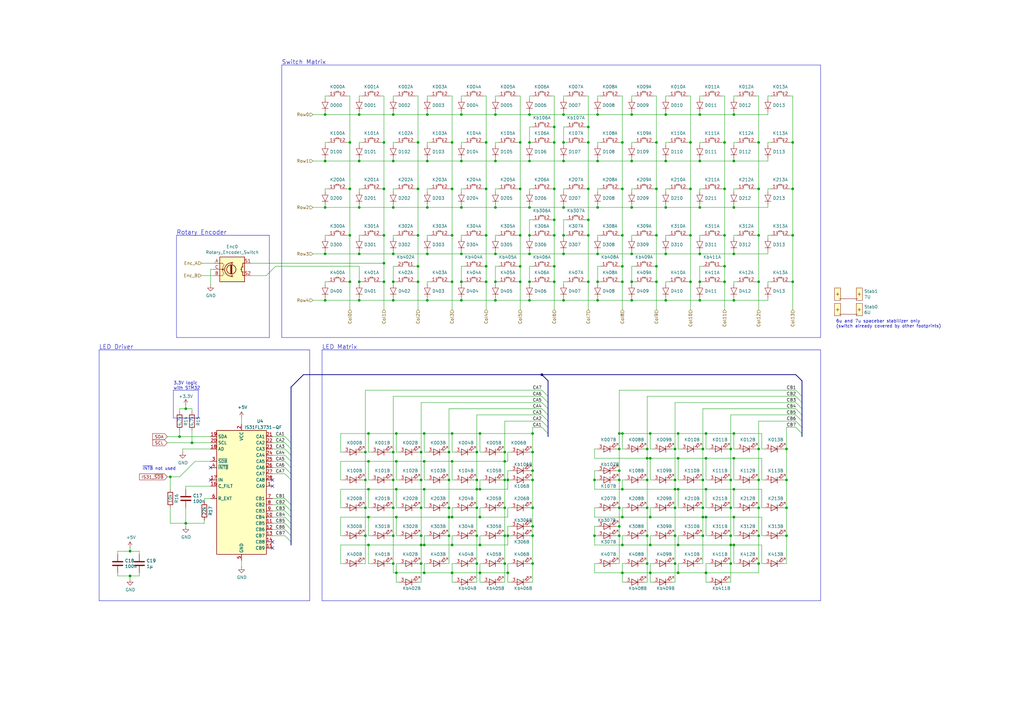
<source format=kicad_sch>
(kicad_sch (version 20230121) (generator eeschema)
  (paper "A3")
  (title_block (title "0x42") (date "2020-09-16") (rev "0") (company "plut0nium") (comment 2 "- USB-C, per-key LED backlight, encoder") (comment 3 "- For MX-style switches") (comment 4 "60% Ortholinear Mechanical Keyboard"))
  (junction (at 195.58 200.66))
  (junction (at 213.36 109.22))
  (junction (at 255.27 234.95))
  (junction (at 227.33 90.17))
  (junction (at 297.18 96.52))
  (junction (at 208.28 196.85))
  (junction (at 287.02 104.14))
  (junction (at 255.27 77.47))
  (junction (at 299.72 219.71))
  (junction (at 53.34 226.06))
  (junction (at 222.25 153.67))
  (junction (at 218.44 215.9))
  (junction (at 217.17 66.04))
  (junction (at 175.26 85.09))
  (junction (at 143.51 96.52))
  (junction (at 149.86 208.28))
  (junction (at 273.05 123.19))
  (junction (at 243.84 196.85))
  (junction (at 184.15 196.85))
  (junction (at 311.15 208.28))
  (junction (at 255.27 200.66))
  (junction (at 171.45 77.47))
  (junction (at 227.33 109.22))
  (junction (at 273.05 85.09))
  (junction (at 157.48 77.47))
  (junction (at 133.35 85.09))
  (junction (at 161.29 66.04))
  (junction (at 218.44 196.85))
  (junction (at 173.99 177.8))
  (junction (at 287.02 66.04))
  (junction (at 185.42 77.47))
  (junction (at 276.86 231.14))
  (junction (at 213.36 58.42))
  (junction (at 147.32 104.14))
  (junction (at 255.27 115.57))
  (junction (at 207.01 196.85))
  (junction (at 299.72 223.52))
  (junction (at 278.13 187.96))
  (junction (at 231.14 58.42))
  (junction (at 243.84 219.71))
  (junction (at 269.24 58.42))
  (junction (at 300.99 223.52))
  (junction (at 217.17 85.09))
  (junction (at 297.18 77.47))
  (junction (at 265.43 196.85))
  (junction (at 311.15 58.42))
  (junction (at 255.27 177.8))
  (junction (at 254 184.15))
  (junction (at 259.08 85.09))
  (junction (at 300.99 46.99))
  (junction (at 299.72 184.15))
  (junction (at 147.32 66.04))
  (junction (at 227.33 115.57))
  (junction (at 78.74 181.61))
  (junction (at 173.99 234.95))
  (junction (at 254 177.8))
  (junction (at 171.45 115.57))
  (junction (at 322.58 208.28))
  (junction (at 227.33 77.47))
  (junction (at 196.85 177.8))
  (junction (at 276.86 200.66))
  (junction (at 231.14 85.09))
  (junction (at 311.15 184.15))
  (junction (at 278.13 177.8))
  (junction (at 185.42 177.8))
  (junction (at 265.43 184.15))
  (junction (at 199.39 109.22))
  (junction (at 161.29 85.09))
  (junction (at 133.35 66.04))
  (junction (at 69.85 195.58))
  (junction (at 213.36 77.47))
  (junction (at 171.45 109.22))
  (junction (at 195.58 185.42))
  (junction (at 196.85 212.09))
  (junction (at 266.7 223.52))
  (junction (at 207.01 231.14))
  (junction (at 322.58 184.15))
  (junction (at 254 193.04))
  (junction (at 161.29 104.14))
  (junction (at 157.48 115.57))
  (junction (at 265.43 219.71))
  (junction (at 143.51 58.42))
  (junction (at 245.11 115.57))
  (junction (at 255.27 96.52))
  (junction (at 266.7 177.8))
  (junction (at 273.05 104.14))
  (junction (at 245.11 123.19))
  (junction (at 184.15 219.71))
  (junction (at 300.99 187.96))
  (junction (at 231.14 66.04))
  (junction (at 266.7 187.96))
  (junction (at 245.11 85.09))
  (junction (at 311.15 231.14))
  (junction (at 196.85 200.66))
  (junction (at 241.3 96.52))
  (junction (at 207.01 219.71))
  (junction (at 172.72 231.14))
  (junction (at 288.29 184.15))
  (junction (at 259.08 123.19))
  (junction (at 217.17 115.57))
  (junction (at 269.24 109.22))
  (junction (at 266.7 234.95))
  (junction (at 173.99 200.66))
  (junction (at 133.35 123.19))
  (junction (at 151.13 223.52))
  (junction (at 185.42 212.09))
  (junction (at 283.21 96.52))
  (junction (at 157.48 58.42))
  (junction (at 213.36 96.52))
  (junction (at 231.14 96.52))
  (junction (at 161.29 46.99))
  (junction (at 241.3 58.42))
  (junction (at 287.02 85.09))
  (junction (at 151.13 177.8))
  (junction (at 300.99 104.14))
  (junction (at 278.13 223.52))
  (junction (at 172.72 208.28))
  (junction (at 189.23 115.57))
  (junction (at 173.99 189.23))
  (junction (at 172.72 196.85))
  (junction (at 195.58 196.85))
  (junction (at 73.66 179.07))
  (junction (at 289.56 177.8))
  (junction (at 173.99 223.52))
  (junction (at 255.27 212.09))
  (junction (at 157.48 107.95))
  (junction (at 195.58 231.14))
  (junction (at 300.99 85.09))
  (junction (at 273.05 66.04))
  (junction (at 149.86 196.85))
  (junction (at 203.2 123.19))
  (junction (at 287.02 115.57))
  (junction (at 254 208.28))
  (junction (at 189.23 66.04))
  (junction (at 185.42 115.57))
  (junction (at 276.86 184.15))
  (junction (at 311.15 196.85))
  (junction (at 325.12 58.42))
  (junction (at 288.29 208.28))
  (junction (at 218.44 231.14))
  (junction (at 325.12 115.57))
  (junction (at 161.29 196.85))
  (junction (at 172.72 223.52))
  (junction (at 300.99 212.09))
  (junction (at 297.18 109.22))
  (junction (at 147.32 123.19))
  (junction (at 162.56 177.8))
  (junction (at 149.86 185.42))
  (junction (at 185.42 189.23))
  (junction (at 175.26 123.19))
  (junction (at 265.43 187.96))
  (junction (at 175.26 66.04))
  (junction (at 299.72 196.85))
  (junction (at 300.99 123.19))
  (junction (at 299.72 208.28))
  (junction (at 203.2 85.09))
  (junction (at 254 215.9))
  (junction (at 289.56 234.95))
  (junction (at 185.42 96.52))
  (junction (at 288.29 196.85))
  (junction (at 189.23 123.19))
  (junction (at 161.29 231.14))
  (junction (at 143.51 77.47))
  (junction (at 203.2 66.04))
  (junction (at 289.56 200.66))
  (junction (at 207.01 185.42))
  (junction (at 289.56 212.09))
  (junction (at 199.39 58.42))
  (junction (at 147.32 46.99))
  (junction (at 218.44 177.8))
  (junction (at 273.05 46.99))
  (junction (at 311.15 77.47))
  (junction (at 255.27 223.52))
  (junction (at 265.43 231.14))
  (junction (at 322.58 196.85))
  (junction (at 203.2 104.14))
  (junction (at 196.85 234.95))
  (junction (at 207.01 189.23))
  (junction (at 287.02 123.19))
  (junction (at 269.24 77.47))
  (junction (at 283.21 115.57))
  (junction (at 241.3 90.17))
  (junction (at 151.13 212.09))
  (junction (at 203.2 115.57))
  (junction (at 161.29 219.71))
  (junction (at 147.32 115.57))
  (junction (at 276.86 219.71))
  (junction (at 184.15 185.42))
  (junction (at 300.99 200.66))
  (junction (at 162.56 200.66))
  (junction (at 322.58 219.71))
  (junction (at 207.01 208.28))
  (junction (at 241.3 115.57))
  (junction (at 227.33 58.42))
  (junction (at 171.45 58.42))
  (junction (at 143.51 115.57))
  (junction (at 151.13 200.66))
  (junction (at 175.26 46.99))
  (junction (at 199.39 115.57))
  (junction (at 254 219.71))
  (junction (at 288.29 219.71))
  (junction (at 259.08 104.14))
  (junction (at 199.39 77.47))
  (junction (at 325.12 77.47))
  (junction (at 161.29 185.42))
  (junction (at 289.56 187.96))
  (junction (at 217.17 104.14))
  (junction (at 76.2 167.64))
  (junction (at 203.2 46.99))
  (junction (at 283.21 77.47))
  (junction (at 283.21 58.42))
  (junction (at 299.72 231.14))
  (junction (at 218.44 185.42))
  (junction (at 231.14 104.14))
  (junction (at 227.33 96.52))
  (junction (at 172.72 219.71))
  (junction (at 287.02 46.99))
  (junction (at 300.99 177.8))
  (junction (at 259.08 66.04))
  (junction (at 161.29 123.19))
  (junction (at 161.29 208.28))
  (junction (at 147.32 85.09))
  (junction (at 199.39 96.52))
  (junction (at 217.17 58.42))
  (junction (at 76.2 214.63))
  (junction (at 266.7 212.09))
  (junction (at 208.28 219.71))
  (junction (at 213.36 115.57))
  (junction (at 162.56 189.23))
  (junction (at 231.14 123.19))
  (junction (at 254 196.85))
  (junction (at 217.17 46.99))
  (junction (at 184.15 212.09))
  (junction (at 259.08 46.99))
  (junction (at 218.44 219.71))
  (junction (at 300.99 66.04))
  (junction (at 245.11 46.99))
  (junction (at 208.28 234.95))
  (junction (at 269.24 96.52))
  (junction (at 133.35 46.99))
  (junction (at 151.13 189.23))
  (junction (at 311.15 96.52))
  (junction (at 185.42 58.42))
  (junction (at 241.3 52.07))
  (junction (at 189.23 85.09))
  (junction (at 218.44 193.04))
  (junction (at 196.85 223.52))
  (junction (at 259.08 115.57))
  (junction (at 195.58 208.28))
  (junction (at 53.34 236.22))
  (junction (at 161.29 115.57))
  (junction (at 184.15 208.28))
  (junction (at 185.42 223.52))
  (junction (at 171.45 96.52))
  (junction (at 278.13 234.95))
  (junction (at 227.33 52.07))
  (junction (at 162.56 212.09))
  (junction (at 311.15 115.57))
  (junction (at 162.56 234.95))
  (junction (at 185.42 234.95))
  (junction (at 172.72 185.42))
  (junction (at 218.44 208.28))
  (junction (at 189.23 104.14))
  (junction (at 245.11 104.14))
  (junction (at 311.15 219.71))
  (junction (at 255.27 58.42))
  (junction (at 133.35 104.14))
  (junction (at 149.86 219.71))
  (junction (at 189.23 46.99))
  (junction (at 297.18 58.42))
  (junction (at 157.48 96.52))
  (junction (at 325.12 96.52))
  (junction (at 276.86 208.28))
  (junction (at 217.17 123.19))
  (junction (at 269.24 115.57))
  (junction (at 255.27 109.22))
  (junction (at 288.29 212.09))
  (junction (at 278.13 200.66))
  (junction (at 265.43 208.28))
  (junction (at 195.58 219.71))
  (junction (at 175.26 104.14))
  (junction (at 245.11 66.04))
  (junction (at 217.17 96.52))
  (junction (at 297.18 115.57))
  (junction (at 231.14 46.99))
  (junction (at 241.3 77.47))
  (junction (at 276.86 196.85))
  (no_connect (at 86.36 196.85))
  (no_connect (at 111.76 224.79))
  (no_connect (at 111.76 222.25))
  (no_connect (at 111.76 199.39))
  (no_connect (at 111.76 196.85))
  (no_connect (at 86.36 191.77))
  (bus_entry (at 222.25 162.56) (size 2.54 2.54))
  (bus_entry (at 116.84 217.17) (size 2.54 2.54))
  (bus_entry (at 116.84 207.01) (size 2.54 2.54))
  (bus_entry (at 222.25 167.64) (size 2.54 2.54))
  (bus_entry (at 222.25 172.72) (size 2.54 2.54))
  (bus_entry (at 116.84 179.07) (size 2.54 2.54))
  (bus_entry (at 326.39 165.1) (size 2.54 2.54))
  (bus_entry (at 222.25 175.26) (size 2.54 2.54))
  (bus_entry (at 116.84 189.23) (size 2.54 2.54))
  (bus_entry (at 326.39 160.02) (size 2.54 2.54))
  (bus_entry (at 116.84 212.09) (size 2.54 2.54))
  (bus_entry (at 116.84 214.63) (size 2.54 2.54))
  (bus_entry (at 116.84 191.77) (size 2.54 2.54))
  (bus_entry (at 116.84 209.55) (size 2.54 2.54))
  (bus_entry (at 222.25 160.02) (size 2.54 2.54))
  (bus_entry (at 222.25 170.18) (size 2.54 2.54))
  (bus_entry (at 326.39 175.26) (size 2.54 2.54))
  (bus_entry (at 326.39 170.18) (size 2.54 2.54))
  (bus_entry (at 116.84 194.31) (size 2.54 2.54))
  (bus_entry (at 326.39 167.64) (size 2.54 2.54))
  (bus_entry (at 116.84 186.69) (size 2.54 2.54))
  (bus_entry (at 326.39 172.72) (size 2.54 2.54))
  (bus_entry (at 326.39 162.56) (size 2.54 2.54))
  (bus_entry (at 222.25 165.1) (size 2.54 2.54))
  (bus_entry (at 116.84 184.15) (size 2.54 2.54))
  (bus_entry (at 116.84 219.71) (size 2.54 2.54))
  (bus_entry (at 116.84 181.61) (size 2.54 2.54))
  (bus_entry (at 116.84 204.47) (size 2.54 2.54))
  (wire (pts (xy 300.99 45.72) (xy 300.99 46.99)))
  (wire (pts (xy 139.7 212.09) (xy 139.7 219.71)))
  (wire (pts (xy 142.24 115.57) (xy 143.51 115.57)))
  (wire (pts (xy 162.56 58.42) (xy 161.29 58.42)))
  (wire (pts (xy 195.58 200.66) (xy 196.85 200.66)))
  (wire (pts (xy 217.17 58.42) (xy 217.17 59.69)))
  (wire (pts (xy 278.13 196.85) (xy 278.13 187.96)))
  (wire (pts (xy 149.86 219.71) (xy 149.86 231.14)))
  (bus (pts (xy 119.38 186.69) (xy 119.38 189.23)))
  (wire (pts (xy 111.76 209.55) (xy 116.84 209.55)))
  (wire (pts (xy 160.02 219.71) (xy 161.29 219.71)))
  (wire (pts (xy 189.23 83.82) (xy 189.23 85.09)))
  (wire (pts (xy 243.84 196.85) (xy 243.84 200.66)))
  (wire (pts (xy 276.86 165.1) (xy 276.86 184.15)))
  (wire (pts (xy 266.7 238.76) (xy 267.97 238.76)))
  (wire (pts (xy 232.41 39.37) (xy 231.14 39.37)))
  (wire (pts (xy 147.32 77.47) (xy 147.32 78.74)))
  (wire (pts (xy 279.4 184.15) (xy 278.13 184.15)))
  (wire (pts (xy 231.14 115.57) (xy 231.14 116.84)))
  (bus (pts (xy 328.93 172.72) (xy 328.93 175.26)))
  (wire (pts (xy 300.99 96.52) (xy 300.99 97.79)))
  (wire (pts (xy 278.13 208.28) (xy 278.13 200.66)))
  (wire (pts (xy 227.33 96.52) (xy 227.33 109.22)))
  (wire (pts (xy 175.26 196.85) (xy 173.99 196.85)))
  (bus (pts (xy 119.38 181.61) (xy 119.38 184.15)))
  (wire (pts (xy 260.35 58.42) (xy 259.08 58.42)))
  (wire (pts (xy 162.56 177.8) (xy 151.13 177.8)))
  (wire (pts (xy 266.7 208.28) (xy 266.7 212.09)))
  (wire (pts (xy 143.51 58.42) (xy 143.51 77.47)))
  (wire (pts (xy 231.14 123.19) (xy 245.11 123.19)))
  (wire (pts (xy 314.96 58.42) (xy 314.96 59.69)))
  (wire (pts (xy 283.21 77.47) (xy 283.21 96.52)))
  (wire (pts (xy 287.02 109.22) (xy 287.02 115.57)))
  (wire (pts (xy 204.47 115.57) (xy 203.2 115.57)))
  (wire (pts (xy 231.14 83.82) (xy 231.14 85.09)))
  (wire (pts (xy 190.5 115.57) (xy 189.23 115.57)))
  (wire (pts (xy 212.09 39.37) (xy 213.36 39.37)))
  (wire (pts (xy 276.86 219.71) (xy 276.86 231.14)))
  (wire (pts (xy 312.42 196.85) (xy 313.69 196.85)))
  (wire (pts (xy 265.43 238.76) (xy 265.43 231.14)))
  (wire (pts (xy 162.56 234.95) (xy 162.56 238.76)))
  (wire (pts (xy 314.96 39.37) (xy 314.96 40.64)))
  (wire (pts (xy 245.11 104.14) (xy 231.14 104.14)))
  (wire (pts (xy 241.3 115.57) (xy 241.3 127)))
  (wire (pts (xy 245.11 231.14) (xy 243.84 231.14)))
  (wire (pts (xy 260.35 115.57) (xy 259.08 115.57)))
  (wire (pts (xy 218.44 96.52) (xy 217.17 96.52)))
  (wire (pts (xy 203.2 115.57) (xy 203.2 116.84)))
  (wire (pts (xy 162.56 189.23) (xy 151.13 189.23)))
  (wire (pts (xy 252.73 193.04) (xy 254 193.04)))
  (wire (pts (xy 325.12 39.37) (xy 325.12 58.42)))
  (wire (pts (xy 269.24 77.47) (xy 269.24 96.52)))
  (bus (pts (xy 222.25 153.67) (xy 326.39 153.67)))
  (wire (pts (xy 299.72 223.52) (xy 300.99 223.52)))
  (wire (pts (xy 275.59 208.28) (xy 276.86 208.28)))
  (polyline (pts (xy 336.55 26.67) (xy 115.57 26.67)))
  (wire (pts (xy 254 177.8) (xy 255.27 177.8)))
  (wire (pts (xy 196.85 177.8) (xy 185.42 177.8)))
  (wire (pts (xy 170.18 39.37) (xy 171.45 39.37)))
  (wire (pts (xy 300.99 58.42) (xy 300.99 59.69)))
  (wire (pts (xy 48.26 236.22) (xy 53.34 236.22)))
  (wire (pts (xy 217.17 196.85) (xy 218.44 196.85)))
  (wire (pts (xy 57.15 236.22) (xy 57.15 234.95)))
  (wire (pts (xy 226.06 58.42) (xy 227.33 58.42)))
  (wire (pts (xy 314.96 104.14) (xy 300.99 104.14)))
  (wire (pts (xy 243.84 200.66) (xy 255.27 200.66)))
  (wire (pts (xy 298.45 184.15) (xy 299.72 184.15)))
  (wire (pts (xy 289.56 187.96) (xy 300.99 187.96)))
  (wire (pts (xy 276.86 184.15) (xy 276.86 196.85)))
  (wire (pts (xy 300.99 46.99) (xy 287.02 46.99)))
  (wire (pts (xy 267.97 77.47) (xy 269.24 77.47)))
  (wire (pts (xy 203.2 109.22) (xy 203.2 115.57)))
  (wire (pts (xy 175.26 104.14) (xy 161.29 104.14)))
  (wire (pts (xy 161.29 208.28) (xy 161.29 219.71)))
  (wire (pts (xy 175.26 45.72) (xy 175.26 46.99)))
  (wire (pts (xy 161.29 66.04) (xy 147.32 66.04)))
  (wire (pts (xy 218.44 58.42) (xy 217.17 58.42)))
  (wire (pts (xy 243.84 231.14) (xy 243.84 234.95)))
  (wire (pts (xy 76.2 166.37) (xy 76.2 167.64)))
  (wire (pts (xy 254 96.52) (xy 255.27 96.52)))
  (wire (pts (xy 162.56 115.57) (xy 161.29 115.57)))
  (wire (pts (xy 212.09 58.42) (xy 213.36 58.42)))
  (wire (pts (xy 148.59 58.42) (xy 147.32 58.42)))
  (wire (pts (xy 297.18 96.52) (xy 297.18 109.22)))
  (wire (pts (xy 161.29 104.14) (xy 147.32 104.14)))
  (wire (pts (xy 264.16 184.15) (xy 265.43 184.15)))
  (wire (pts (xy 245.11 96.52) (xy 245.11 97.79)))
  (wire (pts (xy 314.96 46.99) (xy 300.99 46.99)))
  (wire (pts (xy 279.4 219.71) (xy 278.13 219.71)))
  (wire (pts (xy 151.13 231.14) (xy 151.13 223.52)))
  (wire (pts (xy 259.08 46.99) (xy 273.05 46.99)))
  (wire (pts (xy 255.27 208.28) (xy 255.27 212.09)))
  (wire (pts (xy 209.55 208.28) (xy 208.28 208.28)))
  (wire (pts (xy 151.13 177.8) (xy 139.7 177.8)))
  (wire (pts (xy 218.44 90.17) (xy 217.17 90.17)))
  (wire (pts (xy 312.42 200.66) (xy 312.42 208.28)))
  (wire (pts (xy 299.72 231.14) (xy 298.45 231.14)))
  (wire (pts (xy 322.58 196.85) (xy 321.31 196.85)))
  (wire (pts (xy 255.27 234.95) (xy 266.7 234.95)))
  (wire (pts (xy 290.83 208.28) (xy 289.56 208.28)))
  (wire (pts (xy 314.96 77.47) (xy 314.96 78.74)))
  (wire (pts (xy 276.86 165.1) (xy 326.39 165.1)))
  (wire (pts (xy 160.02 185.42) (xy 161.29 185.42)))
  (wire (pts (xy 204.47 96.52) (xy 203.2 96.52)))
  (wire (pts (xy 152.4 196.85) (xy 151.13 196.85)))
  (wire (pts (xy 185.42 231.14) (xy 185.42 234.95)))
  (wire (pts (xy 302.26 96.52) (xy 300.99 96.52)))
  (wire (pts (xy 86.36 110.49) (xy 86.36 116.84)))
  (wire (pts (xy 289.56 219.71) (xy 289.56 212.09)))
  (wire (pts (xy 245.11 45.72) (xy 245.11 46.99)))
  (wire (pts (xy 170.18 115.57) (xy 171.45 115.57)))
  (wire (pts (xy 267.97 231.14) (xy 266.7 231.14)))
  (wire (pts (xy 76.2 214.63) (xy 76.2 208.28)))
  (wire (pts (xy 295.91 77.47) (xy 297.18 77.47)))
  (wire (pts (xy 133.35 58.42) (xy 133.35 59.69)))
  (wire (pts (xy 259.08 121.92) (xy 259.08 123.19)))
  (wire (pts (xy 204.47 39.37) (xy 203.2 39.37)))
  (wire (pts (xy 189.23 115.57) (xy 189.23 116.84)))
  (wire (pts (xy 245.11 85.09) (xy 231.14 85.09)))
  (wire (pts (xy 255.27 115.57) (xy 255.27 127)))
  (wire (pts (xy 231.14 52.07) (xy 231.14 58.42)))
  (wire (pts (xy 322.58 219.71) (xy 322.58 231.14)))
  (wire (pts (xy 240.03 96.52) (xy 241.3 96.52)))
  (wire (pts (xy 265.43 196.85) (xy 265.43 208.28)))
  (wire (pts (xy 273.05 104.14) (xy 259.08 104.14)))
  (wire (pts (xy 217.17 64.77) (xy 217.17 66.04)))
  (wire (pts (xy 102.87 113.03) (xy 109.22 113.03)))
  (wire (pts (xy 163.83 196.85) (xy 162.56 196.85)))
  (wire (pts (xy 87.63 113.03) (xy 82.55 113.03)))
  (wire (pts (xy 227.33 52.07) (xy 226.06 52.07)))
  (wire (pts (xy 175.26 66.04) (xy 189.23 66.04)))
  (wire (pts (xy 185.42 212.09) (xy 196.85 212.09)))
  (wire (pts (xy 198.12 39.37) (xy 199.39 39.37)))
  (wire (pts (xy 325.12 58.42) (xy 325.12 77.47)))
  (wire (pts (xy 274.32 115.57) (xy 273.05 115.57)))
  (wire (pts (xy 288.29 212.09) (xy 289.56 212.09)))
  (wire (pts (xy 287.02 39.37) (xy 287.02 40.64)))
  (wire (pts (xy 256.54 196.85) (xy 255.27 196.85)))
  (wire (pts (xy 196.85 185.42) (xy 196.85 177.8)))
  (wire (pts (xy 161.29 77.47) (xy 161.29 78.74)))
  (wire (pts (xy 111.76 214.63) (xy 116.84 214.63)))
  (wire (pts (xy 273.05 83.82) (xy 273.05 85.09)))
  (polyline (pts (xy 40.64 246.38) (xy 127 246.38)))
  (wire (pts (xy 172.72 185.42) (xy 172.72 196.85)))
  (wire (pts (xy 300.99 177.8) (xy 312.42 177.8)))
  (wire (pts (xy 302.26 196.85) (xy 300.99 196.85)))
  (bus (pts (xy 224.79 177.8) (xy 224.79 179.07)))
  (wire (pts (xy 203.2 104.14) (xy 189.23 104.14)))
  (wire (pts (xy 207.01 172.72) (xy 207.01 185.42)))
  (wire (pts (xy 87.63 107.95) (xy 82.55 107.95)))
  (wire (pts (xy 255.27 109.22) (xy 255.27 115.57)))
  (wire (pts (xy 134.62 96.52) (xy 133.35 96.52)))
  (wire (pts (xy 288.29 208.28) (xy 288.29 212.09)))
  (wire (pts (xy 275.59 196.85) (xy 276.86 196.85)))
  (wire (pts (xy 232.41 115.57) (xy 231.14 115.57)))
  (wire (pts (xy 195.58 231.14) (xy 194.31 231.14)))
  (wire (pts (xy 161.29 46.99) (xy 147.32 46.99)))
  (wire (pts (xy 175.26 46.99) (xy 161.29 46.99)))
  (wire (pts (xy 323.85 96.52) (xy 325.12 96.52)))
  (wire (pts (xy 274.32 39.37) (xy 273.05 39.37)))
  (wire (pts (xy 217.17 238.76) (xy 218.44 238.76)))
  (wire (pts (xy 134.62 115.57) (xy 133.35 115.57)))
  (polyline (pts (xy 72.39 138.43) (xy 72.39 96.52)))
  (wire (pts (xy 217.17 85.09) (xy 203.2 85.09)))
  (wire (pts (xy 147.32 58.42) (xy 147.32 59.69)))
  (wire (pts (xy 289.56 208.28) (xy 289.56 200.66)))
  (wire (pts (xy 184.15 196.85) (xy 184.15 208.28)))
  (wire (pts (xy 240.03 39.37) (xy 241.3 39.37)))
  (wire (pts (xy 173.99 196.85) (xy 173.99 189.23)))
  (wire (pts (xy 171.45 115.57) (xy 171.45 127)))
  (wire (pts (xy 111.76 207.01) (xy 116.84 207.01)))
  (wire (pts (xy 273.05 64.77) (xy 273.05 66.04)))
  (wire (pts (xy 245.11 115.57) (xy 245.11 116.84)))
  (wire (pts (xy 309.88 196.85) (xy 311.15 196.85)))
  (wire (pts (xy 314.96 123.19) (xy 300.99 123.19)))
  (wire (pts (xy 300.99 115.57) (xy 300.99 116.84)))
  (wire (pts (xy 57.15 226.06) (xy 57.15 227.33)))
  (wire (pts (xy 311.15 77.47) (xy 311.15 96.52)))
  (wire (pts (xy 209.55 219.71) (xy 208.28 219.71)))
  (bus (pts (xy 119.38 158.75) (xy 119.38 181.61)))
  (wire (pts (xy 254 58.42) (xy 255.27 58.42)))
  (wire (pts (xy 309.88 219.71) (xy 311.15 219.71)))
  (wire (pts (xy 246.38 109.22) (xy 245.11 109.22)))
  (wire (pts (xy 322.58 231.14) (xy 321.31 231.14)))
  (wire (pts (xy 161.29 64.77) (xy 161.29 66.04)))
  (wire (pts (xy 184.15 231.14) (xy 182.88 231.14)))
  (wire (pts (xy 161.29 123.19) (xy 147.32 123.19)))
  (wire (pts (xy 226.06 96.52) (xy 227.33 96.52)))
  (wire (pts (xy 149.86 196.85) (xy 149.86 208.28)))
  (wire (pts (xy 245.11 64.77) (xy 245.11 66.04)))
  (wire (pts (xy 231.14 96.52) (xy 231.14 97.79)))
  (wire (pts (xy 139.7 208.28) (xy 140.97 208.28)))
  (wire (pts (xy 207.01 196.85) (xy 207.01 208.28)))
  (wire (pts (xy 281.94 77.47) (xy 283.21 77.47)))
  (wire (pts (xy 273.05 96.52) (xy 273.05 97.79)))
  (wire (pts (xy 314.96 45.72) (xy 314.96 46.99)))
  (wire (pts (xy 152.4 231.14) (xy 151.13 231.14)))
  (wire (pts (xy 254 160.02) (xy 254 177.8)))
  (wire (pts (xy 207.01 172.72) (xy 222.25 172.72)))
  (wire (pts (xy 265.43 162.56) (xy 326.39 162.56)))
  (wire (pts (xy 245.11 66.04) (xy 259.08 66.04)))
  (wire (pts (xy 198.12 77.47) (xy 199.39 77.47)))
  (wire (pts (xy 266.7 184.15) (xy 266.7 177.8)))
  (wire (pts (xy 189.23 96.52) (xy 189.23 97.79)))
  (wire (pts (xy 323.85 39.37) (xy 325.12 39.37)))
  (wire (pts (xy 278.13 200.66) (xy 289.56 200.66)))
  (wire (pts (xy 266.7 231.14) (xy 266.7 234.95)))
  (wire (pts (xy 161.29 109.22) (xy 161.29 115.57)))
  (wire (pts (xy 300.99 200.66) (xy 312.42 200.66)))
  (wire (pts (xy 157.48 39.37) (xy 157.48 58.42)))
  (wire (pts (xy 252.73 219.71) (xy 254 219.71)))
  (wire (pts (xy 289.56 231.14) (xy 289.56 234.95)))
  (wire (pts (xy 287.02 184.15) (xy 288.29 184.15)))
  (wire (pts (xy 299.72 223.52) (xy 299.72 231.14)))
  (wire (pts (xy 217.17 104.14) (xy 203.2 104.14)))
  (wire (pts (xy 300.99 187.96) (xy 312.42 187.96)))
  (polyline (pts (xy 336.55 138.43) (xy 336.55 26.67)))
  (wire (pts (xy 207.01 219.71) (xy 207.01 231.14)))
  (wire (pts (xy 162.56 185.42) (xy 162.56 177.8)))
  (wire (pts (xy 265.43 187.96) (xy 266.7 187.96)))
  (wire (pts (xy 309.88 96.52) (xy 311.15 96.52)))
  (wire (pts (xy 162.56 39.37) (xy 161.29 39.37)))
  (wire (pts (xy 143.51 39.37) (xy 143.51 58.42)))
  (wire (pts (xy 287.02 64.77) (xy 287.02 66.04)))
  (wire (pts (xy 133.35 96.52) (xy 133.35 97.79)))
  (wire (pts (xy 109.22 113.03) (xy 113.03 109.22)))
  (wire (pts (xy 267.97 39.37) (xy 269.24 39.37)))
  (wire (pts (xy 312.42 219.71) (xy 313.69 219.71)))
  (wire (pts (xy 259.08 58.42) (xy 259.08 59.69)))
  (wire (pts (xy 161.29 234.95) (xy 162.56 234.95)))
  (wire (pts (xy 227.33 90.17) (xy 226.06 90.17)))
  (wire (pts (xy 161.29 231.14) (xy 161.29 234.95)))
  (wire (pts (xy 290.83 219.71) (xy 289.56 219.71)))
  (wire (pts (xy 207.01 231.14) (xy 205.74 231.14)))
  (wire (pts (xy 290.83 196.85) (xy 289.56 196.85)))
  (bus (pts (xy 224.79 165.1) (xy 224.79 167.64)))
  (wire (pts (xy 184.15 212.09) (xy 185.42 212.09)))
  (wire (pts (xy 312.42 177.8) (xy 312.42 184.15)))
  (wire (pts (xy 213.36 115.57) (xy 212.09 115.57)))
  (wire (pts (xy 203.2 96.52) (xy 203.2 97.79)))
  (wire (pts (xy 163.83 208.28) (xy 162.56 208.28)))
  (wire (pts (xy 299.72 196.85) (xy 299.72 208.28)))
  (wire (pts (xy 171.45 96.52) (xy 171.45 109.22)))
  (wire (pts (xy 198.12 58.42) (xy 199.39 58.42)))
  (wire (pts (xy 205.74 185.42) (xy 207.01 185.42)))
  (wire (pts (xy 111.76 194.31) (xy 116.84 194.31)))
  (wire (pts (xy 226.06 77.47) (xy 227.33 77.47)))
  (wire (pts (xy 288.29 212.09) (xy 266.7 212.09)))
  (wire (pts (xy 245.11 102.87) (xy 245.11 104.14)))
  (wire (pts (xy 184.15 77.47) (xy 185.42 77.47)))
  (wire (pts (xy 173.99 189.23) (xy 162.56 189.23)))
  (wire (pts (xy 255.27 196.85) (xy 255.27 200.66)))
  (wire (pts (xy 172.72 231.14) (xy 172.72 238.76)))
  (wire (pts (xy 323.85 77.47) (xy 325.12 77.47)))
  (wire (pts (xy 289.56 212.09) (xy 300.99 212.09)))
  (wire (pts (xy 128.27 66.04) (xy 133.35 66.04)))
  (wire (pts (xy 74.93 184.15) (xy 86.36 184.15)))
  (wire (pts (xy 111.76 184.15) (xy 116.84 184.15)))
  (wire (pts (xy 78.74 176.53) (xy 78.74 181.61)))
  (wire (pts (xy 134.62 58.42) (xy 133.35 58.42)))
  (wire (pts (xy 142.24 39.37) (xy 143.51 39.37)))
  (bus (pts (xy 222.25 153.67) (xy 224.79 156.21)))
  (wire (pts (xy 255.27 234.95) (xy 255.27 238.76)))
  (wire (pts (xy 208.28 231.14) (xy 208.28 234.95)))
  (wire (pts (xy 207.01 189.23) (xy 207.01 196.85)))
  (wire (pts (xy 172.72 165.1) (xy 222.25 165.1)))
  (polyline (pts (xy 71.12 160.02) (xy 71.12 171.45)))
  (wire (pts (xy 252.73 184.15) (xy 254 184.15)))
  (wire (pts (xy 185.42 77.47) (xy 185.42 96.52)))
  (wire (pts (xy 217.17 215.9) (xy 218.44 215.9)))
  (wire (pts (xy 269.24 115.57) (xy 269.24 127)))
  (wire (pts (xy 111.76 204.47) (xy 116.84 204.47)))
  (polyline (pts (xy 115.57 26.67) (xy 115.57 138.43)))
  (wire (pts (xy 269.24 109.22) (xy 269.24 115.57)))
  (wire (pts (xy 298.45 238.76) (xy 299.72 238.76)))
  (wire (pts (xy 266.7 212.09) (xy 255.27 212.09)))
  (wire (pts (xy 322.58 219.71) (xy 321.31 219.71)))
  (wire (pts (xy 289.56 184.15) (xy 289.56 177.8)))
  (wire (pts (xy 147.32 96.52) (xy 147.32 97.79)))
  (wire (pts (xy 175.26 102.87) (xy 175.26 104.14)))
  (wire (pts (xy 208.28 185.42) (xy 209.55 185.42)))
  (wire (pts (xy 203.2 46.99) (xy 217.17 46.99)))
  (wire (pts (xy 300.99 123.19) (xy 287.02 123.19)))
  (wire (pts (xy 276.86 208.28) (xy 276.86 219.71)))
  (wire (pts (xy 325.12 77.47) (xy 325.12 96.52)))
  (wire (pts (xy 184.15 219.71) (xy 184.15 231.14)))
  (wire (pts (xy 316.23 115.57) (xy 314.96 115.57)))
  (wire (pts (xy 217.17 90.17) (xy 217.17 96.52)))
  (wire (pts (xy 156.21 115.57) (xy 157.48 115.57)))
  (wire (pts (xy 240.03 90.17) (xy 241.3 90.17)))
  (wire (pts (xy 149.86 160.02) (xy 149.86 185.42)))
  (wire (pts (xy 295.91 39.37) (xy 297.18 39.37)))
  (wire (pts (xy 207.01 238.76) (xy 207.01 231.14)))
  (wire (pts (xy 171.45 208.28) (xy 172.72 208.28)))
  (wire (pts (xy 48.26 226.06) (xy 53.34 226.06)))
  (wire (pts (xy 218.44 177.8) (xy 196.85 177.8)))
  (wire (pts (xy 278.13 187.96) (xy 289.56 187.96)))
  (wire (pts (xy 298.45 219.71) (xy 299.72 219.71)))
  (wire (pts (xy 311.15 219.71) (xy 311.15 231.14)))
  (wire (pts (xy 213.36 115.57) (xy 213.36 127)))
  (wire (pts (xy 295.91 96.52) (xy 297.18 96.52)))
  (wire (pts (xy 161.29 85.09) (xy 147.32 85.09)))
  (wire (pts (xy 147.32 121.92) (xy 147.32 123.19)))
  (bus (pts (xy 224.79 156.21) (xy 224.79 162.56)))
  (wire (pts (xy 217.17 109.22) (xy 217.17 115.57)))
  (wire (pts (xy 276.86 231.14) (xy 275.59 231.14)))
  (wire (pts (xy 297.18 109.22) (xy 297.18 115.57)))
  (wire (pts (xy 243.84 215.9) (xy 243.84 219.71)))
  (wire (pts (xy 78.74 168.91) (xy 78.74 167.64)))
  (wire (pts (xy 175.26 231.14) (xy 173.99 231.14)))
  (wire (pts (xy 208.28 219.71) (xy 208.28 223.52)))
  (wire (pts (xy 189.23 109.22) (xy 189.23 115.57)))
  (wire (pts (xy 254 231.14) (xy 252.73 231.14)))
  (wire (pts (xy 157.48 77.47) (xy 157.48 96.52)))
  (wire (pts (xy 69.85 195.58) (xy 73.66 195.58)))
  (wire (pts (xy 175.26 83.82) (xy 175.26 85.09)))
  (wire (pts (xy 175.26 185.42) (xy 173.99 185.42)))
  (wire (pts (xy 274.32 58.42) (xy 273.05 58.42)))
  (bus (pts (xy 119.38 222.25) (xy 119.38 223.52)))
  (wire (pts (xy 209.55 196.85) (xy 208.28 196.85)))
  (wire (pts (xy 288.29 196.85) (xy 288.29 208.28)))
  (wire (pts (xy 289.56 196.85) (xy 289.56 187.96)))
  (wire (pts (xy 139.7 219.71) (xy 140.97 219.71)))
  (wire (pts (xy 184.15 96.52) (xy 185.42 96.52)))
  (wire (pts (xy 299.72 170.18) (xy 299.72 184.15)))
  (bus (pts (xy 124.46 153.67) (xy 119.38 158.75)))
  (wire (pts (xy 189.23 45.72) (xy 189.23 46.99)))
  (polyline (pts (xy 40.64 143.51) (xy 40.64 246.38)))
  (wire (pts (xy 148.59 39.37) (xy 147.32 39.37)))
  (wire (pts (xy 195.58 200.66) (xy 195.58 208.28)))
  (wire (pts (xy 87.63 110.49) (xy 86.36 110.49)))
  (wire (pts (xy 312.42 231.14) (xy 313.69 231.14)))
  (wire (pts (xy 325.12 96.52) (xy 325.12 115.57)))
  (wire (pts (xy 323.85 58.42) (xy 325.12 58.42)))
  (wire (pts (xy 245.11 66.04) (xy 231.14 66.04)))
  (wire (pts (xy 309.88 77.47) (xy 311.15 77.47)))
  (wire (pts (xy 217.17 115.57) (xy 217.17 116.84)))
  (wire (pts (xy 297.18 39.37) (xy 297.18 58.42)))
  (wire (pts (xy 321.31 184.15) (xy 322.58 184.15)))
  (wire (pts (xy 288.29 219.71) (xy 288.29 231.14)))
  (wire (pts (xy 300.99 121.92) (xy 300.99 123.19)))
  (wire (pts (xy 133.35 115.57) (xy 133.35 116.84)))
  (wire (pts (xy 172.72 223.52) (xy 151.13 223.52)))
  (polyline (pts (xy 127 143.51) (xy 40.64 143.51)))
  (wire (pts (xy 203.2 85.09) (xy 189.23 85.09)))
  (wire (pts (xy 133.35 64.77) (xy 133.35 66.04)))
  (wire (pts (xy 205.74 208.28) (xy 207.01 208.28)))
  (wire (pts (xy 289.56 200.66) (xy 300.99 200.66)))
  (wire (pts (xy 309.88 184.15) (xy 311.15 184.15)))
  (wire (pts (xy 172.72 196.85) (xy 172.72 208.28)))
  (wire (pts (xy 288.29 196.85) (xy 287.02 196.85)))
  (wire (pts (xy 163.83 238.76) (xy 162.56 238.76)))
  (wire (pts (xy 170.18 96.52) (xy 171.45 96.52)))
  (wire (pts (xy 151.13 200.66) (xy 139.7 200.66)))
  (wire (pts (xy 173.99 223.52) (xy 185.42 223.52)))
  (wire (pts (xy 311.15 234.95) (xy 311.15 231.14)))
  (wire (pts (xy 161.29 83.82) (xy 161.29 85.09)))
  (wire (pts (xy 241.3 39.37) (xy 241.3 52.07)))
  (wire (pts (xy 322.58 208.28) (xy 321.31 208.28)))
  (wire (pts (xy 218.44 215.9) (xy 218.44 219.71)))
  (wire (pts (xy 196.85 196.85) (xy 196.85 200.66)))
  (wire (pts (xy 300.99 184.15) (xy 300.99 177.8)))
  (wire (pts (xy 288.29 167.64) (xy 326.39 167.64)))
  (wire (pts (xy 175.26 115.57) (xy 175.26 116.84)))
  (wire (pts (xy 203.2 64.77) (xy 203.2 66.04)))
  (wire (pts (xy 148.59 77.47) (xy 147.32 77.47)))
  (wire (pts (xy 266.7 187.96) (xy 278.13 187.96)))
  (wire (pts (xy 264.16 208.28) (xy 265.43 208.28)))
  (wire (pts (xy 161.29 39.37) (xy 161.29 40.64)))
  (wire (pts (xy 312.42 223.52) (xy 312.42 231.14)))
  (wire (pts (xy 199.39 77.47) (xy 199.39 96.52)))
  (wire (pts (xy 186.69 208.28) (xy 185.42 208.28)))
  (wire (pts (xy 185.42 96.52) (xy 185.42 115.57)))
  (wire (pts (xy 147.32 83.82) (xy 147.32 85.09)))
  (wire (pts (xy 208.28 215.9) (xy 208.28 219.71)))
  (wire (pts (xy 300.99 223.52) (xy 300.99 231.14)))
  (wire (pts (xy 208.28 238.76) (xy 209.55 238.76)))
  (wire (pts (xy 161.29 219.71) (xy 161.29 231.14)))
  (wire (pts (xy 265.43 208.28) (xy 265.43 219.71)))
  (wire (pts (xy 185.42 234.95) (xy 196.85 234.95)))
  (wire (pts (xy 182.88 185.42) (xy 184.15 185.42)))
  (wire (pts (xy 171.45 77.47) (xy 171.45 96.52)))
  (wire (pts (xy 231.14 85.09) (xy 217.17 85.09)))
  (wire (pts (xy 254 160.02) (xy 326.39 160.02)))
  (wire (pts (xy 133.35 102.87) (xy 133.35 104.14)))
  (wire (pts (xy 300.99 184.15) (xy 302.26 184.15)))
  (bus (pts (xy 119.38 207.01) (xy 119.38 209.55)))
  (wire (pts (xy 246.38 58.42) (xy 245.11 58.42)))
  (bus (pts (xy 224.79 167.64) (xy 224.79 170.18)))
  (wire (pts (xy 288.29 115.57) (xy 287.02 115.57)))
  (wire (pts (xy 69.85 214.63) (xy 76.2 214.63)))
  (bus (pts (xy 119.38 219.71) (xy 119.38 222.25)))
  (wire (pts (xy 300.99 196.85) (xy 300.99 187.96)))
  (wire (pts (xy 194.31 238.76) (xy 195.58 238.76)))
  (wire (pts (xy 86.36 204.47) (xy 83.82 204.47)))
  (wire (pts (xy 198.12 219.71) (xy 196.85 219.71)))
  (wire (pts (xy 190.5 39.37) (xy 189.23 39.37)))
  (wire (pts (xy 189.23 64.77) (xy 189.23 66.04)))
  (wire (pts (xy 162.56 212.09) (xy 151.13 212.09)))
  (wire (pts (xy 151.13 196.85) (xy 151.13 189.23)))
  (wire (pts (xy 196.85 234.95) (xy 208.28 234.95)))
  (wire (pts (xy 264.16 219.71) (xy 265.43 219.71)))
  (polyline (pts (xy 132.08 246.38) (xy 336.55 246.38)))
  (wire (pts (xy 231.14 123.19) (xy 217.17 123.19)))
  (wire (pts (xy 111.76 181.61) (xy 116.84 181.61)))
  (wire (pts (xy 185.42 58.42) (xy 185.42 77.47)))
  (wire (pts (xy 148.59 115.57) (xy 147.32 115.57)))
  (wire (pts (xy 128.27 46.99) (xy 133.35 46.99)))
  (wire (pts (xy 278.13 219.71) (xy 278.13 223.52)))
  (wire (pts (xy 281.94 39.37) (xy 283.21 39.37)))
  (wire (pts (xy 299.72 219.71) (xy 299.72 223.52)))
  (wire (pts (xy 199.39 115.57) (xy 199.39 127)))
  (wire (pts (xy 267.97 219.71) (xy 266.7 219.71)))
  (wire (pts (xy 162.56 234.95) (xy 173.99 234.95)))
  (wire (pts (xy 175.26 104.14) (xy 189.23 104.14)))
  (wire (pts (xy 289.56 238.76) (xy 289.56 234.95)))
  (wire (pts (xy 148.59 185.42) (xy 149.86 185.42)))
  (wire (pts (xy 80.01 189.23) (xy 86.36 189.23)))
  (wire (pts (xy 198.12 231.14) (xy 196.85 231.14)))
  (wire (pts (xy 295.91 58.42) (xy 297.18 58.42)))
  (wire (pts (xy 184.15 115.57) (xy 185.42 115.57)))
  (wire (pts (xy 276.86 238.76) (xy 276.86 231.14)))
  (polyline (pts (xy 71.12 171.45) (xy 81.28 171.45)))
  (wire (pts (xy 243.84 187.96) (xy 243.84 184.15)))
  (wire (pts (xy 162.56 109.22) (xy 161.29 109.22)))
  (wire (pts (xy 147.32 45.72) (xy 147.32 46.99)))
  (wire (pts (xy 133.35 77.47) (xy 133.35 78.74)))
  (wire (pts (xy 86.36 179.07) (xy 73.66 179.07)))
  (wire (pts (xy 149.86 196.85) (xy 148.59 196.85)))
  (wire (pts (xy 162.56 77.47) (xy 161.29 77.47)))
  (wire (pts (xy 231.14 58.42) (xy 231.14 59.69)))
  (wire (pts (xy 142.24 96.52) (xy 143.51 96.52)))
  (wire (pts (xy 255.27 115.57) (xy 254 115.57)))
  (wire (pts (xy 172.72 219.71) (xy 172.72 223.52)))
  (wire (pts (xy 128.27 123.19) (xy 133.35 123.19)))
  (wire (pts (xy 195.58 219.71) (xy 195.58 231.14)))
  (wire (pts (xy 203.2 39.37) (xy 203.2 40.64)))
  (wire (pts (xy 133.35 83.82) (xy 133.35 85.09)))
  (wire (pts (xy 195.58 170.18) (xy 195.58 185.42)))
  (wire (pts (xy 273.05 115.57) (xy 273.05 116.84)))
  (wire (pts (xy 186.69 219.71) (xy 185.42 219.71)))
  (wire (pts (xy 163.83 231.14) (xy 162.56 231.14)))
  (wire (pts (xy 213.36 109.22) (xy 213.36 115.57)))
  (wire (pts (xy 195.58 238.76) (xy 195.58 231.14)))
  (wire (pts (xy 279.4 196.85) (xy 278.13 196.85)))
  (wire (pts (xy 171.45 58.42) (xy 171.45 77.47)))
  (wire (pts (xy 133.35 123.19) (xy 147.32 123.19)))
  (wire (pts (xy 255.27 231.14) (xy 255.27 234.95)))
  (wire (pts (xy 152.4 208.28) (xy 151.13 208.28)))
  (wire (pts (xy 276.86 200.66) (xy 276.86 208.28)))
  (wire (pts (xy 245.11 193.04) (xy 243.84 193.04)))
  (wire (pts (xy 185.42 189.23) (xy 173.99 189.23)))
  (wire (pts (xy 218.44 109.22) (xy 217.17 109.22)))
  (wire (pts (xy 260.35 77.47) (xy 259.08 77.47)))
  (wire (pts (xy 173.99 208.28) (xy 173.99 200.66)))
  (wire (pts (xy 265.43 184.15) (xy 265.43 187.96)))
  (wire (pts (xy 254 109.22) (xy 255.27 109.22)))
  (wire (pts (xy 203.2 66.04) (xy 189.23 66.04)))
  (wire (pts (xy 190.5 109.22) (xy 189.23 109.22)))
  (wire (pts (xy 147.32 39.37) (xy 147.32 40.64)))
  (wire (pts (xy 199.39 96.52) (xy 199.39 109.22)))
  (wire (pts (xy 254 77.47) (xy 255.27 77.47)))
  (wire (pts (xy 99.06 229.87) (xy 99.06 232.41)))
  (wire (pts (xy 139.7 185.42) (xy 140.97 185.42)))
  (wire (pts (xy 111.76 189.23) (xy 116.84 189.23)))
  (wire (pts (xy 232.41 96.52) (xy 231.14 96.52)))
  (wire (pts (xy 147.32 109.22) (xy 147.32 115.57)))
  (wire (pts (xy 111.76 186.69) (xy 116.84 186.69)))
  (wire (pts (xy 287.02 123.19) (xy 273.05 123.19)))
  (wire (pts (xy 175.26 46.99) (xy 189.23 46.99)))
  (wire (pts (xy 314.96 66.04) (xy 300.99 66.04)))
  (wire (pts (xy 218.44 39.37) (xy 217.17 39.37)))
  (wire (pts (xy 243.84 208.28) (xy 245.11 208.28)))
  (wire (pts (xy 218.44 52.07) (xy 217.17 52.07)))
  (wire (pts (xy 203.2 46.99) (xy 189.23 46.99)))
  (wire (pts (xy 312.42 184.15) (xy 313.69 184.15)))
  (wire (pts (xy 264.16 238.76) (xy 265.43 238.76)))
  (wire (pts (xy 196.85 223.52) (xy 208.28 223.52)))
  (wire (pts (xy 255.27 39.37) (xy 255.27 58.42)))
  (wire (pts (xy 218.44 231.14) (xy 217.17 231.14)))
  (wire (pts (xy 322.58 208.28) (xy 322.58 219.71)))
  (wire (pts (xy 176.53 77.47) (xy 175.26 77.47)))
  (wire (pts (xy 152.4 185.42) (xy 151.13 185.42)))
  (bus (pts (xy 328.93 175.26) (xy 328.93 177.8)))
  (wire (pts (xy 203.2 58.42) (xy 203.2 59.69)))
  (wire (pts (xy 300.99 39.37) (xy 300.99 40.64)))
  (wire (pts (xy 245.11 85.09) (xy 259.08 85.09)))
  (wire (pts (xy 99.06 171.45) (xy 99.06 173.99)))
  (wire (pts (xy 227.33 39.37) (xy 227.33 52.07)))
  (wire (pts (xy 196.85 219.71) (xy 196.85 223.52)))
  (wire (pts (xy 134.62 39.37) (xy 133.35 39.37)))
  (wire (pts (xy 273.05 66.04) (xy 259.08 66.04)))
  (wire (pts (xy 314.96 96.52) (xy 314.96 97.79)))
  (wire (pts (xy 246.38 96.52) (xy 245.11 96.52)))
  (wire (pts (xy 226.06 39.37) (xy 227.33 39.37)))
  (wire (pts (xy 185.42 208.28) (xy 185.42 212.09)))
  (wire (pts (xy 198.12 115.57) (xy 199.39 115.57)))
  (wire (pts (xy 189.23 77.47) (xy 189.23 78.74)))
  (wire (pts (xy 240.03 52.07) (xy 241.3 52.07)))
  (wire (pts (xy 185.42 39.37) (xy 185.42 58.42)))
  (bus (pts (xy 328.93 162.56) (xy 328.93 165.1)))
  (wire (pts (xy 189.23 121.92) (xy 189.23 123.19)))
  (wire (pts (xy 255.27 184.15) (xy 255.27 177.8)))
  (wire (pts (xy 231.14 64.77) (xy 231.14 66.04)))
  (bus (pts (xy 119.38 212.09) (xy 119.38 214.63)))
  (wire (pts (xy 255.27 223.52) (xy 266.7 223.52)))
  (wire (pts (xy 227.33 58.42) (xy 227.33 77.47)))
  (wire (pts (xy 232.41 52.07) (xy 231.14 52.07)))
  (wire (pts (xy 171.45 219.71) (xy 172.72 219.71)))
  (wire (pts (xy 218.44 185.42) (xy 218.44 193.04)))
  (wire (pts (xy 278.13 231.14) (xy 278.13 234.95)))
  (wire (pts (xy 176.53 115.57) (xy 175.26 115.57)))
  (wire (pts (xy 300.99 104.14) (xy 287.02 104.14)))
  (bus (pts (xy 119.38 191.77) (xy 119.38 194.31)))
  (wire (pts (xy 194.31 185.42) (xy 195.58 185.42)))
  (wire (pts (xy 265.43 219.71) (xy 265.43 231.14)))
  (wire (pts (xy 287.02 96.52) (xy 287.02 97.79)))
  (wire (pts (xy 161.29 196.85) (xy 161.29 208.28)))
  (wire (pts (xy 231.14 102.87) (xy 231.14 104.14)))
  (wire (pts (xy 241.3 52.07) (xy 241.3 58.42)))
  (wire (pts (xy 205.74 238.76) (xy 207.01 238.76)))
  (wire (pts (xy 256.54 231.14) (xy 255.27 231.14)))
  (wire (pts (xy 273.05 39.37) (xy 273.05 40.64)))
  (wire (pts (xy 274.32 96.52) (xy 273.05 96.52)))
  (wire (pts (xy 142.24 77.47) (xy 143.51 77.47)))
  (wire (pts (xy 245.11 83.82) (xy 245.11 85.09)))
  (wire (pts (xy 198.12 96.52) (xy 199.39 96.52)))
  (wire (pts (xy 274.32 77.47) (xy 273.05 77.47)))
  (wire (pts (xy 69.85 195.58) (xy 68.58 195.58)))
  (wire (pts (xy 302.26 77.47) (xy 300.99 77.47)))
  (wire (pts (xy 184.15 167.64) (xy 184.15 185.42)))
  (wire (pts (xy 217.17 96.52) (xy 217.17 97.79)))
  (wire (pts (xy 204.47 77.47) (xy 203.2 77.47)))
  (wire (pts (xy 185.42 185.42) (xy 185.42 177.8)))
  (wire (pts (xy 111.76 217.17) (xy 116.84 217.17)))
  (wire (pts (xy 199.39 39.37) (xy 199.39 58.42)))
  (wire (pts (xy 256.54 184.15) (xy 255.27 184.15)))
  (wire (pts (xy 209.55 215.9) (xy 208.28 215.9)))
  (wire (pts (xy 288.29 39.37) (xy 287.02 39.37)))
  (wire (pts (xy 195.58 185.42) (xy 195.58 196.85)))
  (wire (pts (xy 205.74 219.71) (xy 207.01 219.71)))
  (wire (pts (xy 162.56 96.52) (xy 161.29 96.52)))
  (wire (pts (xy 213.36 58.42) (xy 213.36 77.47)))
  (wire (pts (xy 290.83 231.14) (xy 289.56 231.14)))
  (wire (pts (xy 175.26 64.77) (xy 175.26 66.04)))
  (wire (pts (xy 309.88 58.42) (xy 311.15 58.42)))
  (wire (pts (xy 86.36 181.61) (xy 78.74 181.61)))
  (wire (pts (xy 275.59 219.71) (xy 276.86 219.71)))
  (wire (pts (xy 287.02 45.72) (xy 287.02 46.99)))
  (wire (pts (xy 265.43 187.96) (xy 265.43 196.85)))
  (wire (pts (xy 175.26 123.19) (xy 189.23 123.19)))
  (wire (pts (xy 156.21 96.52) (xy 157.48 96.52)))
  (wire (pts (xy 134.62 77.47) (xy 133.35 77.47)))
  (wire (pts (xy 203.2 109.22) (xy 204.47 109.22)))
  (wire (pts (xy 287.02 85.09) (xy 273.05 85.09)))
  (wire (pts (xy 245.11 58.42) (xy 245.11 59.69)))
  (wire (pts (xy 299.72 184.15) (xy 299.72 196.85)))
  (wire (pts (xy 162.56 200.66) (xy 151.13 200.66)))
  (bus (pts (xy 326.39 153.67) (xy 328.93 156.21)))
  (wire (pts (xy 196.85 200.66) (xy 208.28 200.66)))
  (wire (pts (xy 190.5 77.47) (xy 189.23 77.47)))
  (wire (pts (xy 151.13 208.28) (xy 151.13 200.66)))
  (wire (pts (xy 299.72 170.18) (xy 326.39 170.18)))
  (polyline (pts (xy 72.39 96.52) (xy 110.49 96.52)))
  (wire (pts (xy 128.27 85.09) (xy 133.35 85.09)))
  (wire (pts (xy 227.33 109.22) (xy 227.33 115.57)))
  (wire (pts (xy 323.85 115.57) (xy 325.12 115.57)))
  (wire (pts (xy 53.34 226.06) (xy 53.34 224.79)))
  (wire (pts (xy 160.02 196.85) (xy 161.29 196.85)))
  (wire (pts (xy 217.17 52.07) (xy 217.17 58.42)))
  (wire (pts (xy 316.23 77.47) (xy 314.96 77.47)))
  (wire (pts (xy 259.08 83.82) (xy 259.08 85.09)))
  (wire (pts (xy 311.15 184.15) (xy 311.15 196.85)))
  (wire (pts (xy 279.4 208.28) (xy 278.13 208.28)))
  (wire (pts (xy 255.27 77.47) (xy 255.27 96.52)))
  (wire (pts (xy 254 208.28) (xy 254 215.9)))
  (wire (pts (xy 139.7 200.66) (xy 139.7 208.28)))
  (wire (pts (xy 269.24 96.52) (xy 269.24 109.22)))
  (wire (pts (xy 157.48 96.52) (xy 157.48 107.95)))
  (wire (pts (xy 173.99 234.95) (xy 185.42 234.95)))
  (wire (pts (xy 322.58 184.15) (xy 322.58 196.85)))
  (wire (pts (xy 217.17 66.04) (xy 203.2 66.04)))
  (wire (pts (xy 314.96 64.77) (xy 314.96 66.04)))
  (wire (pts (xy 128.27 104.14) (xy 133.35 104.14)))
  (wire (pts (xy 175.26 96.52) (xy 175.26 97.79)))
  (wire (pts (xy 254 184.15) (xy 254 193.04)))
  (wire (pts (xy 185.42 219.71) (xy 185.42 223.52)))
  (wire (pts (xy 185.42 234.95) (xy 185.42 238.76)))
  (wire (pts (xy 172.72 223.52) (xy 172.72 231.14)))
  (wire (pts (xy 312.42 212.09) (xy 312.42 219.71)))
  (wire (pts (xy 295.91 115.57) (xy 297.18 115.57)))
  (wire (pts (xy 252.73 208.28) (xy 254 208.28)))
  (wire (pts (xy 208.28 196.85) (xy 208.28 200.66)))
  (wire (pts (xy 218.44 175.26) (xy 222.25 175.26)))
  (wire (pts (xy 218.44 185.42) (xy 217.17 185.42)))
  (wire (pts (xy 171.45 39.37) (xy 171.45 58.42)))
  (wire (pts (xy 175.26 58.42) (xy 175.26 59.69)))
  (wire (pts (xy 218.44 175.26) (xy 218.44 177.8)))
  (wire (pts (xy 161.29 162.56) (xy 222.25 162.56)))
  (wire (pts (xy 207.01 189.23) (xy 208.28 189.23)))
  (wire (pts (xy 275.59 184.15) (xy 276.86 184.15)))
  (wire (pts (xy 218.44 238.76) (xy 218.44 231.14)))
  (wire (pts (xy 213.36 39.37) (xy 213.36 58.42)))
  (wire (pts (xy 208.28 189.23) (xy 208.28 185.42)))
  (wire (pts (xy 240.03 77.47) (xy 241.3 77.47)))
  (wire (pts (xy 175.26 85.09) (xy 189.23 85.09)))
  (wire (pts (xy 243.84 234.95) (xy 255.27 234.95)))
  (wire (pts (xy 208.28 193.04) (xy 208.28 196.85)))
  (wire (pts (xy 111.76 191.77) (xy 116.84 191.77)))
  (wire (pts (xy 302.26 39.37) (xy 300.99 39.37)))
  (wire (pts (xy 196.85 234.95) (xy 196.85 238.76)))
  (wire (pts (xy 203.2 83.82) (xy 203.2 85.09)))
  (wire (pts (xy 147.32 64.77) (xy 147.32 66.04)))
  (wire (pts (xy 184.15 185.42) (xy 184.15 196.85)))
  (wire (pts (xy 243.84 219.71) (xy 243.84 223.52)))
  (wire (pts (xy 267.97 96.52) (xy 269.24 96.52)))
  (wire (pts (xy 182.88 208.28) (xy 184.15 208.28)))
  (wire (pts (xy 300.99 64.77) (xy 300.99 66.04)))
  (polyline (pts (xy 336.55 143.51) (xy 132.08 143.51)))
  (wire (pts (xy 287.02 77.47) (xy 287.02 78.74)))
  (wire (pts (xy 311.15 58.42) (xy 311.15 77.47)))
  (wire (pts (xy 199.39 109.22) (xy 198.12 109.22)))
  (wire (pts (xy 212.09 77.47) (xy 213.36 77.47)))
  (wire (pts (xy 208.28 234.95) (xy 208.28 238.76)))
  (wire (pts (xy 254 215.9) (xy 254 219.71)))
  (bus (pts (xy 224.79 170.18) (xy 224.79 172.72)))
  (wire (pts (xy 195.58 208.28) (xy 195.58 219.71)))
  (wire (pts (xy 209.55 231.14) (xy 208.28 231.14)))
  (wire (pts (xy 196.85 231.14) (xy 196.85 234.95)))
  (wire (pts (xy 298.45 196.85) (xy 299.72 196.85)))
  (wire (pts (xy 256.54 208.28) (xy 255.27 208.28)))
  (wire (pts (xy 203.2 121.92) (xy 203.2 123.19)))
  (wire (pts (xy 195.58 170.18) (xy 222.25 170.18)))
  (wire (pts (xy 260.35 109.22) (xy 259.08 109.22)))
  (wire (pts (xy 76.2 215.9) (xy 76.2 214.63)))
  (wire (pts (xy 300.99 77.47) (xy 300.99 78.74)))
  (wire (pts (xy 281.94 58.42) (xy 283.21 58.42)))
  (bus (pts (xy 224.79 162.56) (xy 224.79 165.1)))
  (wire (pts (xy 259.08 77.47) (xy 259.08 78.74)))
  (wire (pts (xy 266.7 177.8) (xy 278.13 177.8)))
  (wire (pts (xy 196.85 212.09) (xy 208.28 212.09)))
  (wire (pts (xy 322.58 196.85) (xy 322.58 208.28)))
  (wire (pts (xy 175.26 121.92) (xy 175.26 123.19)))
  (wire (pts (xy 231.14 66.04) (xy 217.17 66.04)))
  (wire (pts (xy 287.02 102.87) (xy 287.02 104.14)))
  (wire (pts (xy 76.2 199.39) (xy 76.2 200.66)))
  (wire (pts (xy 288.29 167.64) (xy 288.29 184.15)))
  (wire (pts (xy 311.15 172.72) (xy 326.39 172.72)))
  (wire (pts (xy 273.05 85.09) (xy 259.08 85.09)))
  (wire (pts (xy 300.99 102.87) (xy 300.99 104.14)))
  (wire (pts (xy 151.13 212.09) (xy 139.7 212.09)))
  (wire (pts (xy 184.15 167.64) (xy 222.25 167.64)))
  (wire (pts (xy 208.28 208.28) (xy 208.28 212.09)))
  (wire (pts (xy 48.26 227.33) (xy 48.26 226.06)))
  (wire (pts (xy 170.18 109.22) (xy 171.45 109.22)))
  (wire (pts (xy 76.2 167.64) (xy 78.74 167.64)))
  (wire (pts (xy 217.17 208.28) (xy 218.44 208.28)))
  (wire (pts (xy 189.23 102.87) (xy 189.23 104.14)))
  (wire (pts (xy 245.11 77.47) (xy 245.11 78.74)))
  (bus (pts (xy 119.38 214.63) (xy 119.38 217.17)))
  (wire (pts (xy 175.26 66.04) (xy 161.29 66.04)))
  (wire (pts (xy 83.82 204.47) (xy 83.82 205.74)))
  (wire (pts (xy 288.29 96.52) (xy 287.02 96.52)))
  (wire (pts (xy 175.26 219.71) (xy 173.99 219.71)))
  (wire (pts (xy 156.21 58.42) (xy 157.48 58.42)))
  (wire (pts (xy 287.02 219.71) (xy 288.29 219.71)))
  (wire (pts (xy 287.02 58.42) (xy 287.02 59.69)))
  (wire (pts (xy 73.66 176.53) (xy 73.66 179.07)))
  (wire (pts (xy 243.84 193.04) (xy 243.84 196.85)))
  (wire (pts (xy 266.7 223.52) (xy 278.13 223.52)))
  (wire (pts (xy 255.27 219.71) (xy 255.27 223.52)))
  (wire (pts (xy 194.31 196.85) (xy 195.58 196.85)))
  (wire (pts (xy 149.86 231.14) (xy 148.59 231.14)))
  (wire (pts (xy 255.27 177.8) (xy 266.7 177.8)))
  (wire (pts (xy 207.01 185.42) (xy 207.01 189.23)))
  (wire (pts (xy 311.15 208.28) (xy 311.15 219.71)))
  (wire (pts (xy 266.7 196.85) (xy 266.7 187.96)))
  (wire (pts (xy 290.83 238.76) (xy 289.56 238.76)))
  (bus (pts (xy 328.93 156.21) (xy 328.93 162.56)))
  (wire (pts (xy 184.15 208.28) (xy 184.15 212.09)))
  (wire (pts (xy 278.13 223.52) (xy 299.72 223.52)))
  (wire (pts (xy 162.56 231.14) (xy 162.56 234.95)))
  (wire (pts (xy 196.85 208.28) (xy 196.85 212.09)))
  (wire (pts (xy 287.02 208.28) (xy 288.29 208.28)))
  (wire (pts (xy 151.13 219.71) (xy 151.13 212.09)))
  (wire (pts (xy 156.21 39.37) (xy 157.48 39.37)))
  (wire (pts (xy 260.35 39.37) (xy 259.08 39.37)))
  (wire (pts (xy 278.13 184.15) (xy 278.13 177.8)))
  (wire (pts (xy 151.13 185.42) (xy 151.13 177.8)))
  (wire (pts (xy 302.26 208.28) (xy 300.99 208.28)))
  (wire (pts (xy 316.23 39.37) (xy 314.96 39.37)))
  (wire (pts (xy 252.73 196.85) (xy 254 196.85)))
  (wire (pts (xy 212.09 109.22) (xy 213.36 109.22)))
  (wire (pts (xy 207.01 208.28) (xy 207.01 219.71)))
  (wire (pts (xy 254 196.85) (xy 254 208.28)))
  (bus (pts (xy 119.38 194.31) (xy 119.38 196.85)))
  (wire (pts (xy 288.29 231.14) (xy 287.02 231.14)))
  (wire (pts (xy 300.99 223.52) (xy 312.42 223.52)))
  (wire (pts (xy 283.21 39.37) (xy 283.21 58.42)))
  (wire (pts (xy 143.51 96.52) (xy 143.51 115.57)))
  (wire (pts (xy 53.34 236.22) (xy 57.15 236.22)))
  (wire (pts (xy 273.05 123.19) (xy 259.08 123.19)))
  (wire (pts (xy 186.69 185.42) (xy 185.42 185.42)))
  (wire (pts (xy 267.97 115.57) (xy 269.24 115.57)))
  (wire (pts (xy 185.42 238.76) (xy 186.69 238.76)))
  (wire (pts (xy 288.29 109.22) (xy 287.02 109.22)))
  (wire (pts (xy 48.26 234.95) (xy 48.26 236.22)))
  (wire (pts (xy 241.3 90.17) (xy 241.3 96.52)))
  (wire (pts (xy 217.17 45.72) (xy 217.17 46.99)))
  (wire (pts (xy 148.59 96.52) (xy 147.32 96.52)))
  (wire (pts (xy 311.15 39.37) (xy 311.15 58.42)))
  (wire (pts (xy 300.99 85.09) (xy 287.02 85.09)))
  (wire (pts (xy 83.82 213.36) (xy 83.82 214.63)))
  (polyline (pts (xy 127 246.38) (xy 127 143.51)))
  (wire (pts (xy 314.96 121.92) (xy 314.96 123.19)))
  (wire (pts (xy 213.36 77.47) (xy 213.36 96.52)))
  (wire (pts (xy 189.23 58.42) (xy 189.23 59.69)))
  (wire (pts (xy 243.84 184.15) (xy 245.11 184.15)))
  (wire (pts (xy 148.59 208.28) (xy 149.86 208.28)))
  (wire (pts (xy 163.83 185.42) (xy 162.56 185.42)))
  (wire (pts (xy 148.59 219.71) (xy 149.86 219.71)))
  (wire (pts (xy 287.02 115.57) (xy 287.02 116.84)))
  (wire (pts (xy 275.59 238.76) (xy 276.86 238.76)))
  (wire (pts (xy 161.29 162.56) (xy 161.29 185.42)))
  (wire (pts (xy 273.05 58.42) (xy 273.05 59.69)))
  (wire (pts (xy 287.02 66.04) (xy 273.05 66.04)))
  (wire (pts (xy 161.29 185.42) (xy 161.29 196.85)))
  (wire (pts (xy 231.14 104.14) (xy 217.17 104.14)))
  (wire (pts (xy 69.85 208.28) (xy 69.85 214.63)))
  (wire (pts (xy 255.27 212.09) (xy 243.84 212.09)))
  (wire (pts (xy 299.72 208.28) (xy 299.72 219.71)))
  (wire (pts (xy 190.5 58.42) (xy 189.23 58.42)))
  (wire (pts (xy 175.26 123.19) (xy 161.29 123.19)))
  (wire (pts (xy 311.15 115.57) (xy 311.15 127)))
  (wire (pts (xy 254 39.37) (xy 255.27 39.37)))
  (wire (pts (xy 111.76 219.71) (xy 116.84 219.71)))
  (wire (pts (xy 161.29 96.52) (xy 161.29 97.79)))
  (wire (pts (xy 218.44 193.04) (xy 218.44 196.85)))
  (wire (pts (xy 245.11 196.85) (xy 243.84 196.85)))
  (wire (pts (xy 175.26 77.47) (xy 175.26 78.74)))
  (wire (pts (xy 217.17 39.37) (xy 217.17 40.64)))
  (wire (pts (xy 273.05 77.47) (xy 273.05 78.74)))
  (wire (pts (xy 78.74 181.61) (xy 68.58 181.61)))
  (wire (pts (xy 281.94 96.52) (xy 283.21 96.52)))
  (wire (pts (xy 217.17 77.47) (xy 217.17 78.74)))
  (wire (pts (xy 196.85 238.76) (xy 198.12 238.76)))
  (wire (pts (xy 241.3 96.52) (xy 241.3 115.57)))
  (wire (pts (xy 217.17 219.71) (xy 218.44 219.71)))
  (wire (pts (xy 246.38 77.47) (xy 245.11 77.47)))
  (wire (pts (xy 273.05 45.72) (xy 273.05 46.99)))
  (wire (pts (xy 199.39 58.42) (xy 199.39 77.47)))
  (wire (pts (xy 245.11 215.9) (xy 243.84 215.9)))
  (bus (pts (xy 224.79 172.72) (xy 224.79 175.26)))
  (wire (pts (xy 289.56 234.95) (xy 311.15 234.95)))
  (wire (pts (xy 213.36 96.52) (xy 213.36 109.22)))
  (wire (pts (xy 309.88 39.37) (xy 311.15 39.37)))
  (wire (pts (xy 173.99 231.14) (xy 173.99 234.95)))
  (wire (pts (xy 209.55 193.04) (xy 208.28 193.04)))
  (wire (pts (xy 273.05 102.87) (xy 273.05 104.14)))
  (polyline (pts (xy 81.28 160.02) (xy 71.12 160.02)))
  (wire (pts (xy 309.88 208.28) (xy 311.15 208.28)))
  (wire (pts (xy 152.4 219.71) (xy 151.13 219.71)))
  (wire (pts (xy 218.44 219.71) (xy 218.44 231.14)))
  (wire (pts (xy 314.96 115.57) (xy 314.96 116.84)))
  (wire (pts (xy 172.72 208.28) (xy 172.72 219.71)))
  (wire (pts (xy 147.32 102.87) (xy 147.32 104.14)))
  (wire (pts (xy 69.85 200.66) (xy 69.85 195.58)))
  (wire (pts (xy 189.23 39.37) (xy 189.23 40.64)))
  (wire (pts (xy 133.35 45.72) (xy 133.35 46.99)))
  (wire (pts (xy 151.13 189.23) (xy 139.7 189.23)))
  (wire (pts (xy 227.33 77.47) (xy 227.33 90.17)))
  (wire (pts (xy 264.16 196.85) (xy 265.43 196.85)))
  (wire (pts (xy 176.53 39.37) (xy 175.26 39.37)))
  (wire (pts (xy 73.66 195.58) (xy 80.01 189.23)))
  (bus (pts (xy 119.38 189.23) (xy 119.38 191.77)))
  (wire (pts (xy 175.26 39.37) (xy 175.26 40.64)))
  (bus (pts (xy 119.38 196.85) (xy 119.38 207.01)))
  (wire (pts (xy 255.27 238.76) (xy 256.54 238.76)))
  (wire (pts (xy 302.26 219.71) (xy 300.99 219.71)))
  (polyline (pts (xy 336.55 246.38) (xy 336.55 143.51)))
  (wire (pts (xy 288.29 184.15) (xy 288.29 196.85)))
  (wire (pts (xy 83.82 214.63) (xy 76.2 214.63)))
  (wire (pts (xy 273.05 121.92) (xy 273.05 123.19)))
  (wire (pts (xy 297.18 115.57) (xy 297.18 127)))
  (wire (pts (xy 113.03 109.22) (xy 147.32 109.22)))
  (wire (pts (xy 149.86 208.28) (xy 149.86 219.71)))
  (wire (pts (xy 149.86 185.42) (xy 149.86 196.85)))
  (wire (pts (xy 266.7 234.95) (xy 278.13 234.95)))
  (wire (pts (xy 161.29 231.14) (xy 160.02 231.14)))
  (polyline (pts (xy 110.49 96.52) (xy 110.49 138.43)))
  (bus (pts (xy 328.93 170.18) (xy 328.93 172.72)))
  (wire (pts (xy 314.96 85.09) (xy 300.99 85.09)))
  (wire (pts (xy 194.31 208.28) (xy 195.58 208.28)))
  (wire (pts (xy 267.97 196.85) (xy 266.7 196.85)))
  (wire (pts (xy 255.27 96.52) (xy 255.27 109.22)))
  (wire (pts (xy 276.86 196.85) (xy 276.86 200.66)))
  (wire (pts (xy 149.86 160.02) (xy 222.25 160.02)))
  (polyline (pts (xy 132.08 143.51) (xy 132.08 246.38)))
  (wire (pts (xy 133.35 39.37) (xy 133.35 40.64)))
  (wire (pts (xy 278.13 234.95) (xy 289.56 234.95)))
  (wire (pts (xy 173.99 177.8) (xy 162.56 177.8)))
  (wire (pts (xy 255.27 58.42) (xy 255.27 77.47)))
  (wire (pts (xy 227.33 52.07) (xy 227.33 58.42)))
  (wire (pts (xy 186.69 231.14) (xy 185.42 231.14)))
  (wire (pts (xy 162.56 219.71) (xy 162.56 212.09)))
  (wire (pts (xy 231.14 77.47) (xy 231.14 78.74)))
  (wire (pts (xy 231.14 90.17) (xy 231.14 96.52)))
  (wire (pts (xy 171.45 109.22) (xy 171.45 115.57)))
  (wire (pts (xy 186.69 196.85) (xy 185.42 196.85)))
  (wire (pts (xy 171.45 238.76) (xy 172.72 238.76)))
  (wire (pts (xy 217.17 83.82) (xy 217.17 85.09)))
  (wire (pts (xy 283.21 58.42) (xy 283.21 77.47)))
  (wire (pts (xy 231.14 39.37) (xy 231.14 40.64)))
  (wire (pts (xy 185.42 196.85) (xy 185.42 189.23)))
  (wire (pts (xy 254 219.71) (xy 254 231.14)))
  (wire (pts (xy 203.2 102.87) (xy 203.2 104.14)))
  (wire (pts (xy 269.24 58.42) (xy 269.24 77.47)))
  (wire (pts (xy 195.58 200.66) (xy 173.99 200.66)))
  (wire (pts (xy 217.17 121.92) (xy 217.17 123.19)))
  (wire (pts (xy 245.11 109.22) (xy 245.11 115.57)))
  (wire (pts (xy 111.76 212.09) (xy 116.84 212.09)))
  (wire (pts (xy 240.03 58.42) (xy 241.3 58.42)))
  (bus (pts (xy 224.79 175.26) (xy 224.79 177.8)))
  (wire (pts (xy 255.27 200.66) (xy 276.86 200.66)))
  (wire (pts (xy 299.72 238.76) (xy 299.72 231.14)))
  (wire (pts (xy 156.21 77.47) (xy 157.48 77.47)))
  (wire (pts (xy 288.29 58.42) (xy 287.02 58.42)))
  (wire (pts (xy 297.18 77.47) (xy 297.18 96.52)))
  (wire (pts (xy 245.11 121.92) (xy 245.11 123.19)))
  (wire (pts (xy 269.24 39.37) (xy 269.24 58.42)))
  (wire (pts (xy 185.42 115.57) (xy 185.42 127)))
  (wire (pts (xy 204.47 58.42) (xy 203.2 58.42)))
  (wire (pts (xy 311.15 231.14) (xy 309.88 231.14)))
  (wire (pts (xy 143.51 115.57) (xy 143.51 127)))
  (wire (pts (xy 147.32 46.99) (xy 133.35 46.99)))
  (wire (pts (xy 325.12 115.57) (xy 325.12 127)))
  (polyline (pts (xy 115.57 138.43) (xy 336.55 138.43)))
  (wire (pts (xy 226.06 109.22) (xy 227.33 109.22)))
  (wire (pts (xy 302.26 58.42) (xy 300.99 58.42)))
  (wire (pts (xy 231.14 121.92) (xy 231.14 123.19)))
  (polyline (pts (xy 110.49 138.43) (xy 72.39 138.43)))
  (wire (pts (xy 161.29 102.87) (xy 161.29 104.14)))
  (wire (pts (xy 288.29 212.09) (xy 288.29 219.71)))
  (wire (pts (xy 259.08 123.19) (xy 245.11 123.19)))
  (wire (pts (xy 199.39 109.22) (xy 199.39 115.57)))
  (wire (pts (xy 287.02 121.92) (xy 287.02 123.19)))
  (wire (pts (xy 173.99 219.71) (xy 173.99 223.52)))
  (wire (pts (xy 203.2 45.72) (xy 203.2 46.99)))
  (wire (pts (xy 265.43 187.96) (xy 243.84 187.96)))
  (wire (pts (xy 322.58 175.26) (xy 322.58 184.15)))
  (wire (pts (xy 288.29 77.47) (xy 287.02 77.47)))
  (wire (pts (xy 245.11 219.71) (xy 243.84 219.71)))
  (wire (pts (xy 314.96 102.87) (xy 314.96 104.14)))
  (bus (pts (xy 328.93 177.8) (xy 328.93 179.07)))
  (wire (pts (xy 160.02 208.28) (xy 161.29 208.28)))
  (wire (pts (xy 287.02 46.99) (xy 273.05 46.99)))
  (bus (pts (xy 328.93 167.64) (xy 328.93 170.18)))
  (wire (pts (xy 161.29 45.72) (xy 161.29 46.99)))
  (wire (pts (xy 265.43 231.14) (xy 264.16 231.14)))
  (wire (pts (xy 297.18 58.42) (xy 297.18 77.47)))
  (wire (pts (xy 276.86 200.66) (xy 278.13 200.66)))
  (wire (pts (xy 281.94 115.57) (xy 283.21 115.57)))
  (wire (pts (xy 218.44 196.85) (xy 218.44 208.28)))
  (wire (pts (xy 266.7 219.71) (xy 266.7 223.52)))
  (wire (pts (xy 184.15 39.37) (xy 185.42 39.37)))
  (wire (pts (xy 170.18 77.47) (xy 171.45 77.47)))
  (wire (pts (xy 240.03 115.57) (xy 241.3 115.57)))
  (wire (pts (xy 170.18 58.42) (xy 171.45 58.42)))
  (wire (pts (xy 311.15 172.72) (xy 311.15 184.15)))
  (wire (pts (xy 217.17 102.87) (xy 217.17 104.14)))
  (wire (pts (xy 182.88 219.71) (xy 184.15 219.71)))
  (wire (pts (xy 309.88 115.57) (xy 311.15 115.57)))
  (wire (pts (xy 300.99 219.71) (xy 300.99 212.09)))
  (wire (pts (xy 287.02 104.14) (xy 273.05 104.14)))
  (wire (pts (xy 300.99 231.14) (xy 302.26 231.14)))
  (wire (pts (xy 267.97 109.22) (xy 269.24 109.22)))
  (wire (pts (xy 190.5 96.52) (xy 189.23 96.52)))
  (wire (pts (xy 316.23 58.42) (xy 314.96 58.42)))
  (wire (pts (xy 241.3 58.42) (xy 241.3 77.47)))
  (wire (pts (xy 259.08 102.87) (xy 259.08 104.14)))
  (wire (pts (xy 259.08 39.37) (xy 259.08 40.64)))
  (wire (pts (xy 266.7 234.95) (xy 266.7 238.76)))
  (wire (pts (xy 278.13 177.8) (xy 289.56 177.8)))
  (wire (pts (xy 246.38 115.57) (xy 245.11 115.57)))
  (wire (pts (xy 198.12 196.85) (xy 196.85 196.85)))
  (wire (pts (xy 300.99 83.82) (xy 300.99 85.09)))
  (wire (pts (xy 205.74 196.85) (xy 207.01 196.85)))
  (wire (pts (xy 259.08 96.52) (xy 259.08 97.79)))
  (wire (pts (xy 232.41 77.47) (xy 231.14 77.47)))
  (wire (pts (xy 289.56 177.8) (xy 300.99 177.8)))
  (wire (pts (xy 218.44 208.28) (xy 218.44 215.9)))
  (wire (pts (xy 313.69 208.28) (xy 312.42 208.28)))
  (wire (pts (xy 245.11 39.37) (xy 245.11 40.64)))
  (wire (pts (xy 254 177.8) (xy 254 184.15)))
  (polyline (pts (xy 81.28 171.45) (xy 81.28 160.02)))
  (wire (pts (xy 217.17 123.19) (xy 203.2 123.19)))
  (wire (pts (xy 207.01 189.23) (xy 185.42 189.23)))
  (wire (pts (xy 243.84 223.52) (xy 255.27 223.52)))
  (wire (pts (xy 189.23 123.19) (xy 203.2 123.19)))
  (wire (pts (xy 314.96 83.82) (xy 314.96 85.09)))
  (wire (pts (xy 162.56 196.85) (xy 162.56 189.23)))
  (wire (pts (xy 161.29 121.92) (xy 161.29 123.19)))
  (wire (pts (xy 173.99 200.66) (xy 162.56 200.66)))
  (wire (pts (xy 232.41 58.42) (xy 231.14 58.42)))
  (wire (pts (xy 195.58 196.85) (xy 195.58 200.66)))
  (wire (pts (xy 232.41 90.17) (xy 231.14 90.17)))
  (wire (pts (xy 185.42 177.8) (xy 173.99 177.8)))
  (wire (pts (xy 147.32 85.09) (xy 133.35 85.09)))
  (wire (pts (xy 311.15 196.85) (xy 311.15 208.28)))
  (wire (pts (xy 53.34 226.06) (xy 57.15 226.06)))
  (wire (pts (xy 259.08 64.77) (xy 259.08 66.04)))
  (wire (pts (xy 139.7 177.8) (xy 139.7 185.42)))
  (wire (pts (xy 254 193.04) (xy 254 196.85)))
  (bus (pts (xy 119.38 217.17) (xy 119.38 219.71)))
  (wire (pts (xy 142.24 58.42) (xy 143.51 58.42)))
  (wire (pts (xy 171.45 196.85) (xy 172.72 196.85)))
  (wire (pts (xy 163.83 219.71) (xy 162.56 219.71)))
  (wire (pts (xy 287.02 83.82) (xy 287.02 85.09)))
  (wire (pts (xy 227.33 90.17) (xy 227.33 96.52)))
  (wire (pts (xy 73.66 167.64) (xy 76.2 167.64)))
  (bus (pts (xy 124.46 153.67) (xy 222.25 153.67)))
  (wire (pts (xy 218.44 177.8) (xy 218.44 185.42)))
  (wire (pts (xy 298.45 208.28) (xy 299.72 208.28)))
  (wire (pts (xy 184.15 212.09) (xy 162.56 212.09)))
  (wire (pts (xy 217.17 46.99) (xy 231.14 46.99)))
  (wire (pts (xy 259.08 45.72) (xy 259.08 46.99)))
  (wire (pts (xy 172.72 223.52) (xy 173.99 223.52)))
  (wire (pts (xy 157.48 107.95) (xy 157.48 115.57)))
  (wire (pts (xy 111.76 179.07) (xy 116.84 179.07)))
  (wire (pts (xy 139.7 189.23) (xy 139.7 196.85)))
  (wire (pts (xy 171.45 185.42) (xy 172.72 185.42)))
  (bus (pts (xy 119.38 209.55) (xy 119.38 212.09)))
  (wire (pts (xy 133.35 121.92) (xy 133.35 123.19)))
  (wire (pts (xy 265.43 162.56) (xy 265.43 184.15)))
  (bus (pts (xy 119.38 184.15) (xy 119.38 186.69)))
  (wire (pts (xy 198.12 208.28) (xy 196.85 208.28)))
  (wire (pts (xy 300.99 66.04) (xy 287.02 66.04)))
  (wire (pts (xy 300.99 208.28) (xy 300.99 200.66)))
  (wire (pts (xy 256.54 219.71) (xy 255.27 219.71)))
  (wire (pts (xy 102.87 107.95) (xy 157.48 107.95)))
  (wire (pts (xy 176.53 58.42) (xy 175.26 58.42)))
  (wire (pts (xy 172.72 165.1) (xy 172.72 185.42)))
  (wire (pts (xy 217.17 193.04) (xy 218.44 193.04)))
  (wire (pts (xy 86.36 199.39) (xy 76.2 199.39)))
  (wire (pts (xy 74.93 184.15) (xy 74.93 185.42)))
  (wire (pts (xy 139.7 196.85) (xy 140.97 196.85)))
  (wire (pts (xy 259.08 115.57) (xy 259.08 116.84)))
  (wire (pts (xy 245.11 104.14) (xy 259.08 104.14)))
  (wire (pts (xy 290.83 184.15) (xy 289.56 184.15)))
  (wire (pts (xy 175.26 85.09) (xy 161.29 85.09)))
  (wire (pts (xy 212.09 96.52) (xy 213.36 96.52)))
  (wire (pts (xy 184.15 58.42) (xy 185.42 58.42)))
  (wire (pts (xy 295.91 109.22) (xy 297.18 109.22)))
  (wire (pts (xy 157.48 115.57) (xy 157.48 127)))
  (wire (pts (xy 227.33 115.57) (xy 226.06 115.57)))
  (wire (pts (xy 279.4 231.14) (xy 278.13 231.14)))
  (wire (pts (xy 245.11 46.99) (xy 259.08 46.99)))
  (wire (pts (xy 161.29 58.42) (xy 161.29 59.69)))
  (wire (pts (xy 147.32 115.57) (xy 147.32 116.84)))
  (wire (pts (xy 283.21 115.57) (xy 283.21 127)))
  (wire (pts (xy 176.53 96.52) (xy 175.26 96.52)))
  (wire (pts (xy 267.97 184.15) (xy 266.7 184.15)))
  (wire (pts (xy 267.97 208.28) (xy 266.7 208.28)))
  (wire (pts (xy 241.3 77.47) (xy 241.3 90.17)))
  (wire (pts (xy 283.21 96.52) (xy 283.21 115.57)))
  (wire (pts (xy 143.51 77.47) (xy 143.51 96.52)))
  (wire (pts (xy 172.72 231.14) (xy 171.45 231.14)))
  (wire (pts (xy 260.35 96.52) (xy 259.08 96.52)))
  (wire (pts (xy 53.34 236.22) (xy 53.34 237.49)))
  (wire (pts (xy 267.97 58.42) (xy 269.24 58.42)))
  (wire (pts (xy 175.26 208.28) (xy 173.99 208.28)))
  (wire (pts (xy 182.88 196.85) (xy 184.15 196.85)))
  (wire (pts (xy 227.33 115.57) (xy 227.33 127)))
  (wire (pts (xy 198.12 185.42) (xy 196.85 185.42)))
  (wire (pts (xy 300.99 212.09) (xy 312.42 212.09)))
  (wire (pts (xy 311.15 96.52) (xy 311.15 115.57)))
  (wire (pts (xy 185.42 223.52) (xy 196.85 223.52)))
  (wire (pts (xy 139.7 231.14) (xy 140.97 231.14)))
  (wire (pts (xy 231.14 45.72) (xy 231.14 46.99)))
  (wire (pts (xy 316.23 96.52) (xy 314.96 96.52)))
  (wire (pts (xy 322.58 175.26) (xy 326.39 175.26)))
  (wire (pts (xy 203.2 77.47) (xy 203.2 78.74)))
  (wire (pts (xy 161.29 115.57) (xy 161.29 116.84)))
  (wire (pts (xy 147.32 66.04) (xy 133.35 66.04)))
  (wire (pts (xy 157.48 58.42) (xy 157.48 77.47)))
  (wire (pts (xy 194.31 219.71) (xy 195.58 219.71)))
  (bus (pts (xy 328.93 165.1) (xy 328.93 167.64)))
  (wire (pts (xy 151.13 223.52) (xy 139.7 223.52)))
  (wire (pts (xy 243.84 212.09) (xy 243.84 208.28)))
  (wire (pts (xy 73.66 168.91) (xy 73.66 167.64)))
  (wire (pts (xy 246.38 39.37) (xy 245.11 39.37)))
  (wire (pts (xy 218.44 115.57) (xy 217.17 115.57)))
  (wire (pts (xy 252.73 215.9) (xy 254 215.9)))
  (wire (pts (xy 173.99 185.42) (xy 173.99 177.8)))
  (wire (pts (xy 139.7 223.52) (xy 139.7 231.14)))
  (wire (pts (xy 162.56 208.28) (xy 162.56 200.66)))
  (wire (pts (xy 73.66 179.07) (xy 68.58 179.07)))
  (wire (pts (xy 147.32 104.14) (xy 133.35 104.14)))
  (wire (pts (xy 218.44 77.47) (xy 217.17 77.47)))
  (wire (pts (xy 231.14 46.99) (xy 245.11 46.99)))
  (wire (pts (xy 312.42 187.96) (xy 312.42 196.85)))
  (wire (pts (xy 302.26 115.57) (xy 300.99 115.57)))
  (wire (pts (xy 184.15 212.09) (xy 184.15 219.71)))
  (wire (pts (xy 259.08 109.22) (xy 259.08 115.57)))
  (text "6u and 7u spacebar stabilizer only\n(switch already covered by other footprints)" (at 342.9 134.62 0) (effects (font (size 1.27 1.27)) (justify left bottom)))
  (text "Rotary Encoder" (at 72.39 96.52 0) (effects (font (size 1.778 1.778)) (justify left bottom)))
  (text "3.3V logic\nwith STM32" (at 71.12 160.02 0) (effects (font (size 1.27 1.27)) (justify left bottom)))
  (text "LED Matrix" (at 132.08 143.51 0) (effects (font (size 1.778 1.778)) (justify left bottom)))
  (text "~{INTB} not used" (at 58.42 193.04 0) (effects (font (size 1.27 1.27)) (justify left bottom)))
  (text "LED Driver" (at 40.64 143.51 0) (effects (font (size 1.778 1.778)) (justify left bottom)))
  (text "Switch Matrix" (at 115.57 26.67 0) (effects (font (size 1.778 1.778)) (justify left bottom)))
  (label "CB6" (at 322.58 172.72 0))
  (label "CA4" (at 218.44 167.64 0))
  (label "CA3" (at 113.03 184.15 0))
  (label "CA5" (at 113.03 189.23 0))
  (label "CB5" (at 113.03 214.63 0))
  (label "CB3" (at 322.58 165.1 0))
  (label "CA6" (at 218.44 162.56 0))
  (label "CB6" (at 113.03 217.17 0))
  (label "CB4" (at 113.03 212.09 0))
  (label "CB2" (at 113.03 207.01 0))
  (label "CA1" (at 113.03 179.07 0))
  (label "CB7" (at 113.03 219.71 0))
  (label "CA4" (at 113.03 186.69 0))
  (label "CA7" (at 113.03 194.31 0))
  (label "CB1" (at 322.58 160.02 0))
  (label "CB4" (at 322.58 167.64 0))
  (label "CB3" (at 113.03 209.55 0))
  (label "CA5" (at 218.44 165.1 0))
  (label "CB1" (at 113.03 204.47 0))
  (label "CA7" (at 218.44 160.02 0))
  (label "CB5" (at 322.58 170.18 0))
  (label "CB2" (at 322.58 162.56 0))
  (label "CA3" (at 218.44 170.18 0))
  (label "CA6" (at 113.03 191.77 0))
  (label "CA2" (at 218.44 172.72 0))
  (label "CB7" (at 322.58 175.26 0))
  (label "CA1" (at 218.44 175.26 0))
  (label "CA2" (at 113.03 181.61 0))
  (global_label "SCL" (shape input) (at 68.58 181.61 180) (property "Intersheetrefs" "${INTERSHEET_REFS}" (effects hide)))
  (global_label "IS31_~{SDB}" (shape input) (at 68.58 195.58 180) (property "Intersheetrefs" "${INTERSHEET_REFS}" (effects hide)))
  (global_label "SDA" (shape input) (at 68.58 179.07 180) (property "Intersheetrefs" "${INTERSHEET_REFS}" (effects hide)))
  (hierarchical_label "Col3" (shape input) (at 185.42 127 270))
  (hierarchical_label "Col1" (shape input) (at 157.48 127 270))
  (hierarchical_label "Col2" (shape input) (at 171.45 127 270))
  (hierarchical_label "Row1" (shape input) (at 128.27 66.04 180))
  (hierarchical_label "Col7" (shape input) (at 241.3 127 270))
  (hierarchical_label "Row0" (shape input) (at 128.27 46.99 180))
  (hierarchical_label "Col6" (shape input) (at 227.33 127 270))
  (hierarchical_label "Row2" (shape input) (at 128.27 85.09 180))
  (hierarchical_label "Col9" (shape input) (at 269.24 127 270))
  (hierarchical_label "Row3" (shape input) (at 128.27 104.14 180))
  (hierarchical_label "Enc_A" (shape input) (at 82.55 107.95 180))
  (hierarchical_label "Col8" (shape input) (at 255.27 127 270))
  (hierarchical_label "Col0" (shape input) (at 143.51 127 270))
  (hierarchical_label "Col10" (shape input) (at 283.21 127 270))
  (hierarchical_label "Col12" (shape input) (at 311.15 127 270))
  (hierarchical_label "Row4" (shape input) (at 128.27 123.19 180))
  (hierarchical_label "Col11" (shape input) (at 297.18 127 270))
  (hierarchical_label "Col4" (shape input) (at 199.39 127 270))
  (hierarchical_label "Col13" (shape input) (at 325.12 127 270))
  (hierarchical_label "Col5" (shape input) (at 213.36 127 270))
  (hierarchical_label "Enc_B" (shape input) (at 82.55 113.03 180))
  (symbol (lib_id "0xLib_Diode_Transistor:Diode") (at 133.35 43.18 90) (unit 1)
    (property "Reference" "D000" (at 135.3312 43.18 90) (effects (justify right)))
    (property "Value" "Diode" (effects hide))
    (property "Footprint" "0xLib_Diode_Transistor:D_SOD-323" (effects hide))
    (property "LCSC" "C2128" (effects hide))
  )
  (symbol (lib_id "0xLib_Diode_Transistor:Diode") (at 133.35 100.33 90) (unit 1)
    (property "Reference" "D300" (at 135.3312 100.33 90) (effects (justify right)))
    (property "Value" "Diode" (effects hide))
    (property "Footprint" "0xLib_Diode_Transistor:D_SOD-323" (effects hide))
    (property "LCSC" "C2128" (effects hide))
  )
  (symbol (lib_id "0xLib_Diode_Transistor:Diode") (at 133.35 81.28 90) (unit 1)
    (property "Reference" "D200" (at 135.3312 81.28 90) (effects (justify right)))
    (property "Value" "Diode" (effects hide))
    (property "Footprint" "0xLib_Diode_Transistor:D_SOD-323" (effects hide))
    (property "LCSC" "C2128" (effects hide))
  )
  (symbol (lib_id "0xLib_Diode_Transistor:Diode") (at 133.35 62.23 90) (unit 1)
    (property "Reference" "D100" (at 135.3312 62.23 90) (effects (justify right)))
    (property "Value" "Diode" (effects hide))
    (property "Footprint" "0xLib_Diode_Transistor:D_SOD-323" (effects hide))
    (property "LCSC" "C2128" (effects hide))
  )
  (symbol (lib_id "0xLib_Diode_Transistor:Diode") (at 133.35 119.38 90) (unit 1)
    (property "Reference" "D400" (at 135.3312 119.38 90) (effects (justify right)))
    (property "Value" "Diode" (effects hide))
    (property "Footprint" "0xLib_Diode_Transistor:D_SOD-323" (effects hide))
    (property "LCSC" "C2128" (effects hide))
  )
  (symbol (lib_id "0xLib_Diode_Transistor:Diode") (at 147.32 43.18 90) (unit 1)
    (property "Reference" "D001" (at 149.3012 43.18 90) (effects (justify right)))
    (property "Value" "Diode" (effects hide))
    (property "Footprint" "0xLib_Diode_Transistor:D_SOD-323" (effects hide))
    (property "LCSC" "C2128" (effects hide))
  )
  (symbol (lib_id "0xLib_Diode_Transistor:Diode") (at 147.32 100.33 90) (unit 1)
    (property "Reference" "D301" (at 149.3012 100.33 90) (effects (justify right)))
    (property "Value" "Diode" (effects hide))
    (property "Footprint" "0xLib_Diode_Transistor:D_SOD-323" (effects hide))
    (property "LCSC" "C2128" (effects hide))
  )
  (symbol (lib_id "0xLib_Diode_Transistor:Diode") (at 147.32 81.28 90) (unit 1)
    (property "Reference" "D201" (at 149.3012 81.28 90) (effects (justify right)))
    (property "Value" "Diode" (effects hide))
    (property "Footprint" "0xLib_Diode_Transistor:D_SOD-323" (effects hide))
    (property "LCSC" "C2128" (effects hide))
  )
  (symbol (lib_id "0xLib_Diode_Transistor:Diode") (at 147.32 62.23 90) (unit 1)
    (property "Reference" "D101" (at 149.3012 62.23 90) (effects (justify right)))
    (property "Value" "Diode" (effects hide))
    (property "Footprint" "0xLib_Diode_Transistor:D_SOD-323" (effects hide))
    (property "LCSC" "C2128" (effects hide))
  )
  (symbol (lib_id "0xLib_Diode_Transistor:Diode") (at 147.32 119.38 90) (unit 1)
    (property "Reference" "D401" (at 149.3012 119.38 90) (effects (justify right)))
    (property "Value" "Diode" (effects hide))
    (property "Footprint" "0xLib_Diode_Transistor:D_SOD-323" (effects hide))
    (property "LCSC" "C2128" (effects hide))
  )
  (symbol (lib_id "0xLib_Diode_Transistor:Diode") (at 161.29 119.38 90) (unit 1)
    (property "Reference" "D402" (at 163.2712 119.38 90) (effects (justify right)))
    (property "Value" "Diode" (effects hide))
    (property "Footprint" "0xLib_Diode_Transistor:D_SOD-323" (effects hide))
    (property "LCSC" "C2128" (effects hide))
  )
  (symbol (lib_id "0xLib_Diode_Transistor:Diode") (at 161.29 62.23 90) (unit 1)
    (property "Reference" "D102" (at 163.2712 62.23 90) (effects (justify right)))
    (property "Value" "Diode" (effects hide))
    (property "Footprint" "0xLib_Diode_Transistor:D_SOD-323" (effects hide))
    (property "LCSC" "C2128" (effects hide))
  )
  (symbol (lib_id "0xLib_Diode_Transistor:Diode") (at 161.29 81.28 90) (unit 1)
    (property "Reference" "D202" (at 163.2712 81.28 90) (effects (justify right)))
    (property "Value" "Diode" (effects hide))
    (property "Footprint" "0xLib_Diode_Transistor:D_SOD-323" (effects hide))
    (property "LCSC" "C2128" (effects hide))
  )
  (symbol (lib_id "0xLib_Diode_Transistor:Diode") (at 161.29 100.33 90) (unit 1)
    (property "Reference" "D302" (at 163.2712 100.33 90) (effects (justify right)))
    (property "Value" "Diode" (effects hide))
    (property "Footprint" "0xLib_Diode_Transistor:D_SOD-323" (effects hide))
    (property "LCSC" "C2128" (effects hide))
  )
  (symbol (lib_id "0xLib_Diode_Transistor:Diode") (at 161.29 43.18 90) (unit 1)
    (property "Reference" "D002" (at 163.2712 43.18 90) (effects (justify right)))
    (property "Value" "Diode" (effects hide))
    (property "Footprint" "0xLib_Diode_Transistor:D_SOD-323" (effects hide))
    (property "LCSC" "C2128" (effects hide))
  )
  (symbol (lib_id "0xLib_Diode_Transistor:Diode") (at 175.26 43.18 90) (unit 1)
    (property "Reference" "D003" (at 177.2412 43.18 90) (effects (justify right)))
    (property "Value" "Diode" (effects hide))
    (property "Footprint" "0xLib_Diode_Transistor:D_SOD-323" (effects hide))
    (property "LCSC" "C2128" (effects hide))
  )
  (symbol (lib_id "0xLib_Diode_Transistor:Diode") (at 175.26 100.33 90) (unit 1)
    (property "Reference" "D303" (at 177.2412 100.33 90) (effects (justify right)))
    (property "Value" "Diode" (effects hide))
    (property "Footprint" "0xLib_Diode_Transistor:D_SOD-323" (effects hide))
    (property "LCSC" "C2128" (effects hide))
  )
  (symbol (lib_id "0xLib_Diode_Transistor:Diode") (at 175.26 81.28 90) (unit 1)
    (property "Reference" "D203" (at 177.2412 81.28 90) (effects (justify right)))
    (property "Value" "Diode" (effects hide))
    (property "Footprint" "0xLib_Diode_Transistor:D_SOD-323" (effects hide))
    (property "LCSC" "C2128" (effects hide))
  )
  (symbol (lib_id "0xLib_Diode_Transistor:Diode") (at 175.26 62.23 90) (unit 1)
    (property "Reference" "D103" (at 177.2412 62.23 90) (effects (justify right)))
    (property "Value" "Diode" (effects hide))
    (property "Footprint" "0xLib_Diode_Transistor:D_SOD-323" (effects hide))
    (property "LCSC" "C2128" (effects hide))
  )
  (symbol (lib_id "0xLib_Diode_Transistor:Diode") (at 175.26 119.38 90) (unit 1)
    (property "Reference" "D403" (at 177.2412 119.38 90) (effects (justify right)))
    (property "Value" "Diode" (effects hide))
    (property "Footprint" "0xLib_Diode_Transistor:D_SOD-323" (effects hide))
    (property "LCSC" "C2128" (effects hide))
  )
  (symbol (lib_id "0xLib_Diode_Transistor:Diode") (at 189.23 119.38 90) (unit 1)
    (property "Reference" "D404" (at 191.2112 119.38 90) (effects (justify right)))
    (property "Value" "Diode" (effects hide))
    (property "Footprint" "0xLib_Diode_Transistor:D_SOD-323" (effects hide))
    (property "LCSC" "C2128" (effects hide))
  )
  (symbol (lib_id "0xLib_Diode_Transistor:Diode") (at 189.23 62.23 90) (unit 1)
    (property "Reference" "D104" (at 191.2112 62.23 90) (effects (justify right)))
    (property "Value" "Diode" (effects hide))
    (property "Footprint" "0xLib_Diode_Transistor:D_SOD-323" (effects hide))
    (property "LCSC" "C2128" (effects hide))
  )
  (symbol (lib_id "0xLib_Diode_Transistor:Diode") (at 189.23 81.28 90) (unit 1)
    (property "Reference" "D204" (at 191.2112 81.28 90) (effects (justify right)))
    (property "Value" "Diode" (effects hide))
    (property "Footprint" "0xLib_Diode_Transistor:D_SOD-323" (effects hide))
    (property "LCSC" "C2128" (effects hide))
  )
  (symbol (lib_id "0xLib_Diode_Transistor:Diode") (at 189.23 100.33 90) (unit 1)
    (property "Reference" "D304" (at 191.2112 100.33 90) (effects (justify right)))
    (property "Value" "Diode" (effects hide))
    (property "Footprint" "0xLib_Diode_Transistor:D_SOD-323" (effects hide))
    (property "LCSC" "C2128" (effects hide))
  )
  (symbol (lib_id "0xLib_Diode_Transistor:Diode") (at 189.23 43.18 90) (unit 1)
    (property "Reference" "D004" (at 191.2112 43.18 90) (effects (justify right)))
    (property "Value" "Diode" (effects hide))
    (property "Footprint" "0xLib_Diode_Transistor:D_SOD-323" (effects hide))
    (property "LCSC" "C2128" (effects hide))
  )
  (symbol (lib_id "0xLib_Diode_Transistor:Diode") (at 203.2 43.18 90) (unit 1)
    (property "Reference" "D005" (at 205.1812 43.18 90) (effects (justify right)))
    (property "Value" "Diode" (effects hide))
    (property "Footprint" "0xLib_Diode_Transistor:D_SOD-323" (effects hide))
    (property "LCSC" "C2128" (effects hide))
  )
  (symbol (lib_id "0xLib_Diode_Transistor:Diode") (at 203.2 100.33 90) (unit 1)
    (property "Reference" "D305" (at 205.1812 100.33 90) (effects (justify right)))
    (property "Value" "Diode" (effects hide))
    (property "Footprint" "0xLib_Diode_Transistor:D_SOD-323" (effects hide))
    (property "LCSC" "C2128" (effects hide))
  )
  (symbol (lib_id "0xLib_Diode_Transistor:Diode") (at 203.2 81.28 90) (unit 1)
    (property "Reference" "D205" (at 205.1812 81.28 90) (effects (justify right)))
    (property "Value" "Diode" (effects hide))
    (property "Footprint" "0xLib_Diode_Transistor:D_SOD-323" (effects hide))
    (property "LCSC" "C2128" (effects hide))
  )
  (symbol (lib_id "0xLib_Diode_Transistor:Diode") (at 203.2 62.23 90) (unit 1)
    (property "Reference" "D105" (at 205.1812 62.23 90) (effects (justify right)))
    (property "Value" "Diode" (effects hide))
    (property "Footprint" "0xLib_Diode_Transistor:D_SOD-323" (effects hide))
    (property "LCSC" "C2128" (effects hide))
  )
  (symbol (lib_id "0xLib_Diode_Transistor:Diode") (at 231.14 119.38 90) (unit 1)
    (property "Reference" "D407" (at 233.1212 119.38 90) (effects (justify right)))
    (property "Value" "Diode" (effects hide))
    (property "Footprint" "0xLib_Diode_Transistor:D_SOD-323" (effects hide))
    (property "LCSC" "C2128" (effects hide))
  )
  (symbol (lib_id "0xLib_Diode_Transistor:Diode") (at 231.14 62.23 90) (unit 1)
    (property "Reference" "D107" (at 233.1212 62.23 90) (effects (justify right)))
    (property "Value" "Diode" (effects hide))
    (property "Footprint" "0xLib_Diode_Transistor:D_SOD-323" (effects hide))
    (property "LCSC" "C2128" (effects hide))
  )
  (symbol (lib_id "0xLib_Diode_Transistor:Diode") (at 231.14 81.28 90) (unit 1)
    (property "Reference" "D207" (at 233.1212 81.28 90) (effects (justify right)))
    (property "Value" "Diode" (effects hide))
    (property "Footprint" "0xLib_Diode_Transistor:D_SOD-323" (effects hide))
    (property "LCSC" "C2128" (effects hide))
  )
  (symbol (lib_id "0xLib_Diode_Transistor:Diode") (at 231.14 100.33 90) (unit 1)
    (property "Reference" "D307" (at 233.1212 100.33 90) (effects (justify right)))
    (property "Value" "Diode" (effects hide))
    (property "Footprint" "0xLib_Diode_Transistor:D_SOD-323" (effects hide))
    (property "LCSC" "C2128" (effects hide))
  )
  (symbol (lib_id "0xLib_Diode_Transistor:Diode") (at 245.11 100.33 90) (unit 1)
    (property "Reference" "D308" (at 247.0912 100.33 90) (effects (justify right)))
    (property "Value" "Diode" (effects hide))
    (property "Footprint" "0xLib_Diode_Transistor:D_SOD-323" (effects hide))
    (property "LCSC" "C2128" (effects hide))
  )
  (symbol (lib_id "0xLib_Diode_Transistor:Diode") (at 245.11 81.28 90) (unit 1)
    (property "Reference" "D208" (at 247.0912 81.28 90) (effects (justify right)))
    (property "Value" "Diode" (effects hide))
    (property "Footprint" "0xLib_Diode_Transistor:D_SOD-323" (effects hide))
    (property "LCSC" "C2128" (effects hide))
  )
  (symbol (lib_id "0xLib_Diode_Transistor:Diode") (at 245.11 62.23 90) (unit 1)
    (property "Reference" "D108" (at 247.0912 62.23 90) (effects (justify right)))
    (property "Value" "Diode" (effects hide))
    (property "Footprint" "0xLib_Diode_Transistor:D_SOD-323" (effects hide))
    (property "LCSC" "C2128" (effects hide))
  )
  (symbol (lib_id "0xLib_Diode_Transistor:Diode") (at 259.08 119.38 90) (unit 1)
    (property "Reference" "D409" (at 261.0612 119.38 90) (effects (justify right)))
    (property "Value" "Diode" (effects hide))
    (property "Footprint" "0xLib_Diode_Transistor:D_SOD-323" (effects hide))
    (property "LCSC" "C2128" (effects hide))
  )
  (symbol (lib_id "0xLib_Diode_Transistor:Diode") (at 259.08 62.23 90) (unit 1)
    (property "Reference" "D109" (at 261.0612 62.23 90) (effects (justify right)))
    (property "Value" "Diode" (effects hide))
    (property "Footprint" "0xLib_Diode_Transistor:D_SOD-323" (effects hide))
    (property "LCSC" "C2128" (effects hide))
  )
  (symbol (lib_id "0xLib_Diode_Transistor:Diode") (at 259.08 81.28 90) (unit 1)
    (property "Reference" "D209" (at 261.0612 81.28 90) (effects (justify right)))
    (property "Value" "Diode" (effects hide))
    (property "Footprint" "0xLib_Diode_Transistor:D_SOD-323" (effects hide))
    (property "LCSC" "C2128" (effects hide))
  )
  (symbol (lib_id "0xLib_Diode_Transistor:Diode") (at 259.08 100.33 90) (unit 1)
    (property "Reference" "D309" (at 261.0612 100.33 90) (effects (justify right)))
    (property "Value" "Diode" (effects hide))
    (property "Footprint" "0xLib_Diode_Transistor:D_SOD-323" (effects hide))
    (property "LCSC" "C2128" (effects hide))
  )
  (symbol (lib_id "0xLib_Diode_Transistor:Diode") (at 273.05 43.18 90) (unit 1)
    (property "Reference" "D010" (at 275.0312 43.18 90) (effects (justify right)))
    (property "Value" "Diode" (effects hide))
    (property "Footprint" "0xLib_Diode_Transistor:D_SOD-323" (effects hide))
    (property "LCSC" "C2128" (effects hide))
  )
  (symbol (lib_id "0xLib_Diode_Transistor:Diode") (at 273.05 100.33 90) (unit 1)
    (property "Reference" "D310" (at 275.0312 100.33 90) (effects (justify right)))
    (property "Value" "Diode" (effects hide))
    (property "Footprint" "0xLib_Diode_Transistor:D_SOD-323" (effects hide))
    (property "LCSC" "C2128" (effects hide))
  )
  (symbol (lib_id "0xLib_Diode_Transistor:Diode") (at 273.05 81.28 90) (unit 1)
    (property "Reference" "D210" (at 275.0312 81.28 90) (effects (justify right)))
    (property "Value" "Diode" (effects hide))
    (property "Footprint" "0xLib_Diode_Transistor:D_SOD-323" (effects hide))
    (property "LCSC" "C2128" (effects hide))
  )
  (symbol (lib_id "0xLib_Diode_Transistor:Diode") (at 273.05 62.23 90) (unit 1)
    (property "Reference" "D110" (at 275.0312 62.23 90) (effects (justify right)))
    (property "Value" "Diode" (effects hide))
    (property "Footprint" "0xLib_Diode_Transistor:D_SOD-323" (effects hide))
    (property "LCSC" "C2128" (effects hide))
  )
  (symbol (lib_id "0xLib_Diode_Transistor:Diode") (at 273.05 119.38 90) (unit 1)
    (property "Reference" "D410" (at 275.0312 119.38 90) (effects (justify right)))
    (property "Value" "Diode" (effects hide))
    (property "Footprint" "0xLib_Diode_Transistor:D_SOD-323" (effects hide))
    (property "LCSC" "C2128" (effects hide))
  )
  (symbol (lib_id "0xLib_Diode_Transistor:Diode") (at 287.02 119.38 90) (unit 1)
    (property "Reference" "D411" (at 289.0012 119.38 90) (effects (justify right)))
    (property "Value" "Diode" (effects hide))
    (property "Footprint" "0xLib_Diode_Transistor:D_SOD-323" (effects hide))
    (property "LCSC" "C2128" (effects hide))
  )
  (symbol (lib_id "0xLib_Diode_Transistor:Diode") (at 287.02 62.23 90) (unit 1)
    (property "Reference" "D111" (at 289.0012 62.23 90) (effects (justify right)))
    (property "Value" "Diode" (effects hide))
    (property "Footprint" "0xLib_Diode_Transistor:D_SOD-323" (effects hide))
    (property "LCSC" "C2128" (effects hide))
  )
  (symbol (lib_id "0xLib_Diode_Transistor:Diode") (at 287.02 81.28 90) (unit 1)
    (property "Reference" "D211" (at 289.0012 81.28 90) (effects (justify right)))
    (property "Value" "Diode" (effects hide))
    (property "Footprint" "0xLib_Diode_Transistor:D_SOD-323" (effects hide))
    (property "LCSC" "C2128" (effects hide))
  )
  (symbol (lib_id "0xLib_Diode_Transistor:Diode") (at 287.02 100.33 90) (unit 1)
    (property "Reference" "D311" (at 289.0012 100.33 90) (effects (justify right)))
    (property "Value" "Diode" (effects hide))
    (property "Footprint" "0xLib_Diode_Transistor:D_SOD-323" (effects hide))
    (property "LCSC" "C2128" (effects hide))
  )
  (symbol (lib_id "0xLib_Diode_Transistor:Diode") (at 287.02 43.18 90) (unit 1)
    (property "Reference" "D011" (at 289.0012 43.18 90) (effects (justify right)))
    (property "Value" "Diode" (effects hide))
    (property "Footprint" "0xLib_Diode_Transistor:D_SOD-323" (effects hide))
    (property "LCSC" "C2128" (effects hide))
  )
  (symbol (lib_id "0xLib_Diode_Transistor:Diode") (at 300.99 43.18 90) (unit 1)
    (property "Reference" "D012" (at 302.9712 43.18 90) (effects (justify right)))
    (property "Value" "Diode" (effects hide))
    (property "Footprint" "0xLib_Diode_Transistor:D_SOD-323" (effects hide))
    (property "LCSC" "C2128" (effects hide))
  )
  (symbol (lib_id "0xLib_Diode_Transistor:Diode") (at 300.99 100.33 90) (unit 1)
    (property "Reference" "D312" (at 302.9712 100.33 90) (effects (justify right)))
    (property "Value" "Diode" (effects hide))
    (property "Footprint" "0xLib_Diode_Transistor:D_SOD-323" (effects hide))
    (property "LCSC" "C2128" (effects hide))
  )
  (symbol (lib_id "0xLib_Diode_Transistor:Diode") (at 300.99 81.28 90) (unit 1)
    (property "Reference" "D212" (at 302.9712 81.28 90) (effects (justify right)))
    (property "Value" "Diode" (effects hide))
    (property "Footprint" "0xLib_Diode_Transistor:D_SOD-323" (effects hide))
    (property "LCSC" "C2128" (effects hide))
  )
  (symbol (lib_id "0xLib_Diode_Transistor:Diode") (at 300.99 62.23 90) (unit 1)
    (property "Reference" "D112" (at 302.9712 62.23 90) (effects (justify right)))
    (property "Value" "Diode" (effects hide))
    (property "Footprint" "0xLib_Diode_Transistor:D_SOD-323" (effects hide))
    (property "LCSC" "C2128" (effects hide))
  )
  (symbol (lib_id "0xLib_Diode_Transistor:Diode") (at 300.99 119.38 90) (unit 1)
    (property "Reference" "D412" (at 302.9712 119.38 90) (effects (justify right)))
    (property "Value" "Diode" (effects hide))
    (property "Footprint" "0xLib_Diode_Transistor:D_SOD-323" (effects hide))
    (property "LCSC" "C2128" (effects hide))
  )
  (symbol (lib_id "0xLib_Diode_Transistor:Diode") (at 231.14 43.18 90) (unit 1)
    (property "Reference" "D007" (at 233.1212 43.18 90) (effects (justify right)))
    (property "Value" "Diode" (effects hide))
    (property "Footprint" "0xLib_Diode_Transistor:D_SOD-323" (effects hide))
    (property "LCSC" "C2128" (effects hide))
  )
  (symbol (lib_id "0xLib_Diode_Transistor:Diode") (at 245.11 43.18 90) (unit 1)
    (property "Reference" "D008" (at 247.0912 43.18 90) (effects (justify right)))
    (property "Value" "Diode" (effects hide))
    (property "Footprint" "0xLib_Diode_Transistor:D_SOD-323" (effects hide))
    (property "LCSC" "C2128" (effects hide))
  )
  (symbol (lib_id "0xLib_MK:Key_Switch_LED") (at 138.43 115.57 0) (unit 1)
    (property "Reference" "K400" (at 138.43 111.7854 0))
    (property "Value" "1.5U" (effects hide))
    (property "Footprint" "0xLib_MK_Switches:MXOnly-1.5U" (effects hide))
  )
  (symbol (lib_id "0xLib_MK:Key_Switch_LED") (at 152.4 115.57 0) (unit 1)
    (property "Reference" "K401" (at 152.4 111.7854 0))
    (property "Value" "1U" (effects hide))
    (property "Footprint" "0xLib_MK_Switches:MXOnly-1U" (effects hide))
  )
  (symbol (lib_id "0xLib_MK:Key_Switch_LED") (at 166.37 115.57 0) (unit 1)
    (property "Reference" "K402" (at 166.37 111.7854 0))
    (property "Value" "1U" (effects hide))
    (property "Footprint" "0xLib_MK_Switches:MXOnly-1U" (effects hide))
  )
  (symbol (lib_id "0xLib_MK:Key_Switch_LED") (at 180.34 115.57 0) (unit 1)
    (property "Reference" "K403" (at 180.34 111.7854 0))
    (property "Value" "1U" (effects hide))
    (property "Footprint" "0xLib_MK_Switches:MXOnly-1U" (effects hide))
  )
  (symbol (lib_id "0xLib_MK:Key_Switch_LED") (at 194.31 115.57 0) (unit 1)
    (property "Reference" "K404" (at 194.31 111.7854 0))
    (property "Value" "1U" (effects hide))
    (property "Footprint" "0xLib_MK_Switches:MXOnly-1U" (effects hide))
  )
  (symbol (lib_id "0xLib_MK:Key_Switch_LED") (at 236.22 115.57 0) (unit 1)
    (property "Reference" "K407" (at 236.22 111.7854 0))
    (property "Value" "1U" (effects hide))
    (property "Footprint" "0xLib_MK_Switches:MXOnly-1U" (effects hide))
  )
  (symbol (lib_id "0xLib_MK:Key_Switch_LED") (at 264.16 115.57 0) (unit 1)
    (property "Reference" "K409" (at 264.16 111.7854 0))
    (property "Value" "1U" (effects hide))
    (property "Footprint" "0xLib_MK_Switches:MXOnly-1U" (effects hide))
  )
  (symbol (lib_id "0xLib_MK:Key_Switch_LED") (at 278.13 115.57 0) (unit 1)
    (property "Reference" "K410" (at 278.13 111.7854 0))
    (property "Value" "1U" (effects hide))
    (property "Footprint" "0xLib_MK_Switches:MXOnly-1U" (effects hide))
  )
  (symbol (lib_id "0xLib_MK:Key_Switch_LED") (at 292.1 115.57 0) (unit 1)
    (property "Reference" "K411" (at 292.1 111.7854 0))
    (property "Value" "1U" (effects hide))
    (property "Footprint" "0xLib_MK_Switches:MXOnly-1U" (effects hide))
  )
  (symbol (lib_id "0xLib_MK:Key_Switch_LED") (at 306.07 115.57 0) (unit 1)
    (property "Reference" "K412" (at 306.07 111.7854 0))
    (property "Value" "1U" (effects hide))
    (property "Footprint" "0xLib_MK_Switches:MXOnly-1U" (effects hide))
  )
  (symbol (lib_id "0xLib_MK:Key_Switch_LED") (at 138.43 39.37 0) (unit 1)
    (property "Reference" "K000" (at 138.43 35.5854 0))
    (property "Value" "1.5U" (effects hide))
    (property "Footprint" "0xLib_MK_Switches:MXOnly-1.5U-Vertical-Flipped" (effects hide))
  )
  (symbol (lib_id "0xLib_MK:Key_Switch_LED") (at 152.4 39.37 0) (unit 1)
    (property "Reference" "K001" (at 152.4 35.5854 0))
    (property "Value" "1U" (effects hide))
    (property "Footprint" "0xLib_MK_Switches:MXOnly-1U" (effects hide))
  )
  (symbol (lib_id "0xLib_MK:Key_Switch_LED") (at 166.37 39.37 0) (unit 1)
    (property "Reference" "K002" (at 166.37 35.5854 0))
    (property "Value" "1U" (effects hide))
    (property "Footprint" "0xLib_MK_Switches:MXOnly-1U" (effects hide))
  )
  (symbol (lib_id "0xLib_MK:Key_Switch_LED") (at 180.34 39.37 0) (unit 1)
    (property "Reference" "K003" (at 180.34 35.5854 0))
    (property "Value" "1U" (effects hide))
    (property "Footprint" "0xLib_MK_Switches:MXOnly-1U" (effects hide))
  )
  (symbol (lib_id "0xLib_MK:Key_Switch_LED") (at 194.31 39.37 0) (unit 1)
    (property "Reference" "K004" (at 194.31 35.5854 0))
    (property "Value" "1U" (effects hide))
    (property "Footprint" "0xLib_MK_Switches:MXOnly-1U" (effects hide))
  )
  (symbol (lib_id "0xLib_MK:Key_Switch_LED") (at 208.28 39.37 0) (unit 1)
    (property "Reference" "K005" (at 208.28 35.5854 0))
    (property "Value" "1U" (effects hide))
    (property "Footprint" "0xLib_MK_Switches:MXOnly-1U" (effects hide))
  )
  (symbol (lib_id "0xLib_MK:Key_Switch_LED") (at 278.13 39.37 0) (unit 1)
    (property "Reference" "K010" (at 278.13 35.5854 0))
    (property "Value" "1U" (effects hide))
    (property "Footprint" "0xLib_MK_Switches:MXOnly-1U" (effects hide))
  )
  (symbol (lib_id "0xLib_MK:Key_Switch_LED") (at 292.1 39.37 0) (unit 1)
    (property "Reference" "K011" (at 292.1 35.5854 0))
    (property "Value" "1U" (effects hide))
    (property "Footprint" "0xLib_MK_Switches:MXOnly-1U" (effects hide))
  )
  (symbol (lib_id "0xLib_MK:Key_Switch_LED") (at 306.07 39.37 0) (unit 1)
    (property "Reference" "K012" (at 306.07 35.5854 0))
    (property "Value" "1U" (effects hide))
    (property "Footprint" "0xLib_MK_Switches:MXOnly-1U" (effects hide))
  )
  (symbol (lib_id "0xLib_MK:Key_Switch_LED") (at 236.22 39.37 0) (unit 1)
    (property "Reference" "K007" (at 236.22 35.5854 0))
    (property "Value" "1U" (effects hide))
    (property "Footprint" "0xLib_MK_Switches:MXOnly-1U" (effects hide))
  )
  (symbol (lib_id "0xLib_MK:Key_Switch_LED") (at 250.19 39.37 0) (unit 1)
    (property "Reference" "K008" (at 250.19 35.5854 0))
    (property "Value" "1U" (effects hide))
    (property "Footprint" "0xLib_MK_Switches:MXOnly-1U" (effects hide))
  )
  (symbol (lib_id "0xLib_MK:Key_Switch_LED") (at 138.43 96.52 0) (unit 1)
    (property "Reference" "K300" (at 138.43 92.7354 0))
    (property "Value" "1.5U" (effects hide))
    (property "Footprint" "0xLib_MK_Switches:MXOnly-1.5U" (effects hide))
  )
  (symbol (lib_id "0xLib_MK:Key_Switch_LED") (at 152.4 96.52 0) (unit 1)
    (property "Reference" "K301" (at 152.4 92.7354 0))
    (property "Value" "1U" (effects hide))
    (property "Footprint" "0xLib_MK_Switches:MXOnly-1U" (effects hide))
  )
  (symbol (lib_id "0xLib_MK:Key_Switch_LED") (at 166.37 96.52 0) (unit 1)
    (property "Reference" "K302" (at 166.37 92.7354 0))
    (property "Value" "1U" (effects hide))
    (property "Footprint" "0xLib_MK_Switches:MXOnly-1U" (effects hide))
  )
  (symbol (lib_id "0xLib_MK:Key_Switch_LED") (at 180.34 96.52 0) (unit 1)
    (property "Reference" "K303" (at 180.34 92.7354 0))
    (property "Value" "1U" (effects hide))
    (property "Footprint" "0xLib_MK_Switches:MXOnly-1U" (effects hide))
  )
  (symbol (lib_id "0xLib_MK:Key_Switch_LED") (at 194.31 96.52 0) (unit 1)
    (property "Reference" "K304" (at 194.31 92.7354 0))
    (property "Value" "1U" (effects hide))
    (property "Footprint" "0xLib_MK_Switches:MXOnly-1U" (effects hide))
  )
  (symbol (lib_id "0xLib_MK:Key_Switch_LED") (at 208.28 96.52 0) (unit 1)
    (property "Reference" "K305" (at 208.28 92.7354 0))
    (property "Value" "1U" (effects hide))
    (property "Footprint" "0xLib_MK_Switches:MXOnly-1U" (effects hide))
  )
  (symbol (lib_id "0xLib_MK:Key_Switch_LED") (at 236.22 96.52 0) (unit 1)
    (property "Reference" "K307" (at 236.22 92.7354 0))
    (property "Value" "1U" (effects hide))
    (property "Footprint" "0xLib_MK_Switches:MXOnly-1U" (effects hide))
  )
  (symbol (lib_id "0xLib_MK:Key_Switch_LED") (at 250.19 96.52 0) (unit 1)
    (property "Reference" "K308" (at 250.19 92.7354 0))
    (property "Value" "1U" (effects hide))
    (property "Footprint" "0xLib_MK_Switches:MXOnly-1U" (effects hide))
  )
  (symbol (lib_id "0xLib_MK:Key_Switch_LED") (at 264.16 96.52 0) (unit 1)
    (property "Reference" "K309" (at 264.16 92.7354 0))
    (property "Value" "1U" (effects hide))
    (property "Footprint" "0xLib_MK_Switches:MXOnly-1U" (effects hide))
  )
  (symbol (lib_id "0xLib_MK:Key_Switch_LED") (at 278.13 96.52 0) (unit 1)
    (property "Reference" "K310" (at 278.13 92.7354 0))
    (property "Value" "1U" (effects hide))
    (property "Footprint" "0xLib_MK_Switches:MXOnly-1U" (effects hide))
  )
  (symbol (lib_id "0xLib_MK:Key_Switch_LED") (at 292.1 96.52 0) (unit 1)
    (property "Reference" "K311" (at 292.1 92.7354 0))
    (property "Value" "1U" (effects hide))
    (property "Footprint" "0xLib_MK_Switches:MXOnly-1U" (effects hide))
  )
  (symbol (lib_id "0xLib_MK:Key_Switch_LED") (at 306.07 96.52 0) (unit 1)
    (property "Reference" "K312" (at 306.07 92.7354 0))
    (property "Value" "1U" (effects hide))
    (property "Footprint" "0xLib_MK_Switches:MXOnly-1U" (effects hide))
  )
  (symbol (lib_id "0xLib_MK:Key_Switch_LED") (at 138.43 77.47 0) (unit 1)
    (property "Reference" "K200" (at 138.43 73.6854 0))
    (property "Value" "1.5U" (effects hide))
    (property "Footprint" "0xLib_MK_Switches:MXOnly-1.5U" (effects hide))
  )
  (symbol (lib_id "0xLib_MK:Key_Switch_LED") (at 152.4 77.47 0) (unit 1)
    (property "Reference" "K201" (at 152.4 73.6854 0))
    (property "Value" "1U" (effects hide))
    (property "Footprint" "0xLib_MK_Switches:MXOnly-1U" (effects hide))
  )
  (symbol (lib_id "0xLib_MK:Key_Switch_LED") (at 166.37 77.47 0) (unit 1)
    (property "Reference" "K202" (at 166.37 73.6854 0))
    (property "Value" "1U" (effects hide))
    (property "Footprint" "0xLib_MK_Switches:MXOnly-1U" (effects hide))
  )
  (symbol (lib_id "0xLib_MK:Key_Switch_LED") (at 180.34 77.47 0) (unit 1)
    (property "Reference" "K203" (at 180.34 73.6854 0))
    (property "Value" "1U" (effects hide))
    (property "Footprint" "0xLib_MK_Switches:MXOnly-1U" (effects hide))
  )
  (symbol (lib_id "0xLib_MK:Key_Switch_LED") (at 194.31 77.47 0) (unit 1)
    (property "Reference" "K204" (at 194.31 73.6854 0))
    (property "Value" "1U" (effects hide))
    (property "Footprint" "0xLib_MK_Switches:MXOnly-1U" (effects hide))
  )
  (symbol (lib_id "0xLib_MK:Key_Switch_LED") (at 208.28 77.47 0) (unit 1)
    (property "Reference" "K205" (at 208.28 73.6854 0))
    (property "Value" "1U" (effects hide))
    (property "Footprint" "0xLib_MK_Switches:MXOnly-1U" (effects hide))
  )
  (symbol (lib_id "0xLib_MK:Key_Switch_LED") (at 236.22 77.47 0) (unit 1)
    (property "Reference" "K207" (at 236.22 73.6854 0))
    (property "Value" "1U" (effects hide))
    (property "Footprint" "0xLib_MK_Switches:MXOnly-1U" (effects hide))
  )
  (symbol (lib_id "0xLib_MK:Key_Switch_LED") (at 250.19 77.47 0) (unit 1)
    (property "Reference" "K208" (at 250.19 73.6854 0))
    (property "Value" "1U" (effects hide))
    (property "Footprint" "0xLib_MK_Switches:MXOnly-1U" (effects hide))
  )
  (symbol (lib_id "0xLib_MK:Key_Switch_LED") (at 264.16 77.47 0) (unit 1)
    (property "Reference" "K209" (at 264.16 73.6854 0))
    (property "Value" "1U" (effects hide))
    (property "Footprint" "0xLib_MK_Switches:MXOnly-1U" (effects hide))
  )
  (symbol (lib_id "0xLib_MK:Key_Switch_LED") (at 278.13 77.47 0) (unit 1)
    (property "Reference" "K210" (at 278.13 73.6854 0))
    (property "Value" "1U" (effects hide))
    (property "Footprint" "0xLib_MK_Switches:MXOnly-1U" (effects hide))
  )
  (symbol (lib_id "0xLib_MK:Key_Switch_LED") (at 292.1 77.47 0) (unit 1)
    (property "Reference" "K211" (at 292.1 73.6854 0))
    (property "Value" "1U" (effects hide))
    (property "Footprint" "0xLib_MK_Switches:MXOnly-1U" (effects hide))
  )
  (symbol (lib_id "0xLib_MK:Key_Switch_LED") (at 306.07 77.47 0) (unit 1)
    (property "Reference" "K212" (at 306.07 73.6854 0))
    (property "Value" "1U" (effects hide))
    (property "Footprint" "0xLib_MK_Switches:MXOnly-1U" (effects hide))
  )
  (symbol (lib_id "0xLib_MK:Key_Switch_LED") (at 138.43 58.42 0) (unit 1)
    (property "Reference" "K100" (at 138.43 54.6354 0))
    (property "Value" "1.5U" (effects hide))
    (property "Footprint" "0xLib_MK_Switches:MXOnly-1.5U" (effects hide))
  )
  (symbol (lib_id "0xLib_MK:Key_Switch_LED") (at 152.4 58.42 0) (unit 1)
    (property "Reference" "K101" (at 152.4 54.6354 0))
    (property "Value" "1U" (effects hide))
    (property "Footprint" "0xLib_MK_Switches:MXOnly-1U" (effects hide))
  )
  (symbol (lib_id "0xLib_MK:Key_Switch_LED") (at 166.37 58.42 0) (unit 1)
    (property "Reference" "K102" (at 166.37 54.6354 0))
    (property "Value" "1U" (effects hide))
    (property "Footprint" "0xLib_MK_Switches:MXOnly-1U" (effects hide))
  )
  (symbol (lib_id "0xLib_MK:Key_Switch_LED") (at 180.34 58.42 0) (unit 1)
    (property "Reference" "K103" (at 180.34 54.6354 0))
    (property "Value" "1U" (effects hide))
    (property "Footprint" "0xLib_MK_Switches:MXOnly-1U" (effects hide))
  )
  (symbol (lib_id "0xLib_MK:Key_Switch_LED") (at 194.31 58.42 0) (unit 1)
    (property "Reference" "K104" (at 194.31 54.6354 0))
    (property "Value" "1U" (effects hide))
    (property "Footprint" "0xLib_MK_Switches:MXOnly-1U" (effects hide))
  )
  (symbol (lib_id "0xLib_MK:Key_Switch_LED") (at 208.28 58.42 0) (unit 1)
    (property "Reference" "K105" (at 208.28 54.6354 0))
    (property "Value" "1U" (effects hide))
    (property "Footprint" "0xLib_MK_Switches:MXOnly-1U" (effects hide))
  )
  (symbol (lib_id "0xLib_MK:Key_Switch_LED") (at 236.22 58.42 0) (unit 1)
    (property "Reference" "K107" (at 236.22 54.6354 0))
    (property "Value" "1U" (effects hide))
    (property "Footprint" "0xLib_MK_Switches:MXOnly-1U-Flipped" (effects hide))
  )
  (symbol (lib_id "0xLib_MK:Key_Switch_LED") (at 250.19 58.42 0) (unit 1)
    (property "Reference" "K108" (at 250.19 54.6354 0))
    (property "Value" "1U" (effects hide))
    (property "Footprint" "0xLib_MK_Switches:MXOnly-1U" (effects hide))
  )
  (symbol (lib_id "0xLib_MK:Key_Switch_LED") (at 264.16 58.42 0) (unit 1)
    (property "Reference" "K109" (at 264.16 54.6354 0))
    (property "Value" "1U" (effects hide))
    (property "Footprint" "0xLib_MK_Switches:MXOnly-1U" (effects hide))
  )
  (symbol (lib_id "0xLib_MK:Key_Switch_LED") (at 278.13 58.42 0) (unit 1)
    (property "Reference" "K110" (at 278.13 54.6354 0))
    (property "Value" "1U" (effects hide))
    (property "Footprint" "0xLib_MK_Switches:MXOnly-1U" (effects hide))
  )
  (symbol (lib_id "0xLib_MK:Key_Switch_LED") (at 292.1 58.42 0) (unit 1)
    (property "Reference" "K111" (at 292.1 54.6354 0))
    (property "Value" "1U" (effects hide))
    (property "Footprint" "0xLib_MK_Switches:MXOnly-1U" (effects hide))
  )
  (symbol (lib_id "0xLib_MK:Key_Switch_LED") (at 306.07 58.42 0) (unit 1)
    (property "Reference" "K112" (at 306.07 54.6354 0))
    (property "Value" "1U" (effects hide))
    (property "Footprint" "0xLib_MK_Switches:MXOnly-1U" (effects hide))
  )
  (symbol (lib_id "0xLib_MK:Key_Switch_LED") (at 194.31 109.22 0) (unit 1)
    (property "Reference" "Kb404" (at 194.31 105.4354 0))
    (property "Value" "2U" (effects hide))
    (property "Footprint" "0xLib_MK_Switches:MXOnly-2U-ReversedStabilizers" (effects hide))
  )
  (symbol (lib_id "0xLib_MK:Key_Switch_LED") (at 208.28 109.22 0) (unit 1)
    (property "Reference" "Kb405" (at 208.28 105.4354 0))
    (property "Value" "2U" (effects hide))
    (property "Footprint" "0xLib_MK_Switches:MXOnly-2U-ReversedStabilizers" (effects hide))
  )
  (symbol (lib_id "0xLib_MK:Key_Switch_LED") (at 264.16 109.22 0) (unit 1)
    (property "Reference" "Kb409" (at 264.16 105.4354 0))
    (property "Value" "2U" (effects hide))
    (property "Footprint" "0xLib_MK_Switches:MXOnly-2U-ReversedStabilizers" (effects hide))
  )
  (symbol (lib_id "0xLib_MK:Key_Switch_LED") (at 250.19 109.22 0) (unit 1)
    (property "Reference" "Kb408" (at 250.19 105.4354 0))
    (property "Value" "2U" (effects hide))
    (property "Footprint" "0xLib_MK_Switches:MXOnly-2U-ReversedStabilizers" (effects hide))
  )
  (symbol (lib_id "0xLib_Diode_Transistor:Diode") (at 203.2 119.38 90) (unit 1)
    (property "Reference" "D405" (at 205.1812 119.38 90) (effects (justify right)))
    (property "Value" "Diode" (effects hide))
    (property "Footprint" "0xLib_Diode_Transistor:D_SOD-323" (effects hide))
    (property "LCSC" "C2128" (effects hide))
  )
  (symbol (lib_id "0xLib_MK:Key_Switch_LED") (at 208.28 115.57 0) (unit 1)
    (property "Reference" "K405" (at 208.28 111.7854 0))
    (property "Value" "1U" (effects hide))
    (property "Footprint" "0xLib_MK_Switches:MXOnly-1U" (effects hide))
  )
  (symbol (lib_id "0xLib_Diode_Transistor:Diode") (at 245.11 119.38 90) (unit 1)
    (property "Reference" "D408" (at 247.0912 119.38 90) (effects (justify right)))
    (property "Value" "Diode" (effects hide))
    (property "Footprint" "0xLib_Diode_Transistor:D_SOD-323" (effects hide))
    (property "LCSC" "C2128" (effects hide))
  )
  (symbol (lib_id "0xLib_MK:Key_Switch_LED") (at 250.19 115.57 0) (unit 1)
    (property "Reference" "K408" (at 250.19 111.7854 0))
    (property "Value" "1U" (effects hide))
    (property "Footprint" "0xLib_MK_Switches:MXOnly-1U" (effects hide))
  )
  (symbol (lib_id "0xLib_Diode_Transistor:Diode") (at 217.17 81.28 90) (unit 1)
    (property "Reference" "D206" (at 219.1512 81.28 90) (effects (justify right)))
    (property "Value" "Diode" (effects hide))
    (property "Footprint" "0xLib_Diode_Transistor:D_SOD-323" (effects hide))
    (property "LCSC" "C2128" (effects hide))
  )
  (symbol (lib_id "0xLib_MK:Key_Switch_LED") (at 222.25 77.47 0) (unit 1)
    (property "Reference" "K206" (at 222.25 73.6854 0))
    (property "Value" "1U" (effects hide))
    (property "Footprint" "0xLib_MK_Switches:MXOnly-1U" (effects hide))
  )
  (symbol (lib_id "0xLib_Diode_Transistor:Diode") (at 217.17 100.33 90) (unit 1)
    (property "Reference" "D306" (at 219.1512 100.33 90) (effects (justify right)))
    (property "Value" "Diode" (effects hide))
    (property "Footprint" "0xLib_Diode_Transistor:D_SOD-323" (effects hide))
    (property "LCSC" "C2128" (effects hide))
  )
  (symbol (lib_id "0xLib_MK:Key_Switch_LED") (at 222.25 96.52 0) (unit 1)
    (property "Reference" "K306" (at 222.25 92.7354 0))
    (property "Value" "1U" (effects hide))
    (property "Footprint" "0xLib_MK_Switches:MXOnly-1U" (effects hide))
  )
  (symbol (lib_id "0xLib_Diode_Transistor:Diode") (at 217.17 43.18 90) (unit 1)
    (property "Reference" "D006" (at 219.1512 43.18 90) (effects (justify right)))
    (property "Value" "Diode" (effects hide))
    (property "Footprint" "0xLib_Diode_Transistor:D_SOD-323" (effects hide))
    (property "LCSC" "C2128" (effects hide))
  )
  (symbol (lib_id "0xLib_MK:Key_Switch_LED") (at 222.25 39.37 0) (unit 1)
    (property "Reference" "K006" (at 222.25 35.5854 0))
    (property "Value" "1U" (effects hide))
    (property "Footprint" "0xLib_MK_Switches:MXOnly-1U" (effects hide))
  )
  (symbol (lib_id "0xLib_Diode_Transistor:Diode") (at 217.17 119.38 90) (unit 1)
    (property "Reference" "D406" (at 219.1512 119.38 90) (effects (justify right)))
    (property "Value" "Diode" (effects hide))
    (property "Footprint" "0xLib_Diode_Transistor:D_SOD-323" (effects hide))
    (property "LCSC" "C2128" (effects hide))
  )
  (symbol (lib_id "0xLib_MK:Key_Switch_LED") (at 222.25 115.57 0) (unit 1)
    (property "Reference" "K406" (at 222.25 111.7854 0))
    (property "Value" "1U" (effects hide))
    (property "Footprint" "0xLib_MK_Switches:MXOnly-1U" (effects hide))
  )
  (symbol (lib_id "0xLib_Diode_Transistor:Diode") (at 217.17 62.23 90) (unit 1)
    (property "Reference" "D106" (at 219.1512 62.23 90) (effects (justify right)))
    (property "Value" "Diode" (effects hide))
    (property "Footprint" "0xLib_Diode_Transistor:D_SOD-323" (effects hide))
    (property "LCSC" "C2128" (effects hide))
  )
  (symbol (lib_id "0xLib_MK:Key_Switch_LED") (at 222.25 58.42 0) (unit 1)
    (property "Reference" "K106" (at 222.25 54.6354 0))
    (property "Value" "1U" (effects hide))
    (property "Footprint" "0xLib_MK_Switches:MXOnly-1U-Flipped" (effects hide))
  )
  (symbol (lib_id "0xLib_Diode_Transistor:Diode") (at 259.08 43.18 90) (unit 1)
    (property "Reference" "D009" (at 261.0612 43.18 90) (effects (justify right)))
    (property "Value" "Diode" (effects hide))
    (property "Footprint" "0xLib_Diode_Transistor:D_SOD-323" (effects hide))
    (property "LCSC" "C2128" (effects hide))
  )
  (symbol (lib_id "0xLib_MK:Key_Switch_LED") (at 264.16 39.37 0) (unit 1)
    (property "Reference" "K009" (at 264.16 35.5854 0))
    (property "Value" "1U" (effects hide))
    (property "Footprint" "0xLib_MK_Switches:MXOnly-1U" (effects hide))
  )
  (symbol (lib_id "0xLib_Diode_Transistor:Diode") (at 314.96 43.18 90) (unit 1)
    (property "Reference" "D013" (at 316.9412 43.18 90) (effects (justify right)))
    (property "Value" "Diode" (effects hide))
    (property "Footprint" "0xLib_Diode_Transistor:D_SOD-323" (effects hide))
    (property "LCSC" "C2128" (effects hide))
  )
  (symbol (lib_id "0xLib_Diode_Transistor:Diode") (at 314.96 100.33 90) (unit 1)
    (property "Reference" "D313" (at 316.9412 100.33 90) (effects (justify right)))
    (property "Value" "Diode" (effects hide))
    (property "Footprint" "0xLib_Diode_Transistor:D_SOD-323" (effects hide))
    (property "LCSC" "C2128" (effects hide))
  )
  (symbol (lib_id "0xLib_Diode_Transistor:Diode") (at 314.96 81.28 90) (unit 1)
    (property "Reference" "D213" (at 316.9412 81.28 90) (effects (justify right)))
    (property "Value" "Diode" (effects hide))
    (property "Footprint" "0xLib_Diode_Transistor:D_SOD-323" (effects hide))
    (property "LCSC" "C2128" (effects hide))
  )
  (symbol (lib_id "0xLib_Diode_Transistor:Diode") (at 314.96 62.23 90) (unit 1)
    (property "Reference" "D113" (at 316.9412 62.23 90) (effects (justify right)))
    (property "Value" "Diode" (effects hide))
    (property "Footprint" "0xLib_Diode_Transistor:D_SOD-323" (effects hide))
    (property "LCSC" "C2128" (effects hide))
  )
  (symbol (lib_id "0xLib_Diode_Transistor:Diode") (at 314.96 119.38 90) (unit 1)
    (property "Reference" "D413" (at 316.9412 119.38 90) (effects (justify right)))
    (property "Value" "Diode" (effects hide))
    (property "Footprint" "0xLib_Diode_Transistor:D_SOD-323" (effects hide))
    (property "LCSC" "C2128" (effects hide))
  )
  (symbol (lib_id "0xLib_MK:Key_Switch_LED") (at 320.04 115.57 0) (unit 1)
    (property "Reference" "K413" (at 320.04 111.7854 0))
    (property "Value" "1.5U" (effects hide))
    (property "Footprint" "0xLib_MK_Switches:MXOnly-1.5U" (effects hide))
  )
  (symbol (lib_id "0xLib_MK:Key_Switch_LED") (at 320.04 39.37 0) (unit 1)
    (property "Reference" "K013" (at 320.04 35.5854 0))
    (property "Value" "1.5U" (effects hide))
    (property "Footprint" "0xLib_MK_Switches:MXOnly-1.5U" (effects hide))
  )
  (symbol (lib_id "0xLib_MK:Key_Switch_LED") (at 320.04 96.52 0) (unit 1)
    (property "Reference" "K313" (at 320.04 92.7354 0))
    (property "Value" "1.5U" (effects hide))
    (property "Footprint" "0xLib_MK_Switches:MXOnly-1.5U" (effects hide))
  )
  (symbol (lib_id "0xLib_MK:Key_Switch_LED") (at 320.04 77.47 0) (unit 1)
    (property "Reference" "K213" (at 320.04 73.6854 0))
    (property "Value" "1.5U" (effects hide))
    (property "Footprint" "0xLib_MK_Switches:MXOnly-1.5U" (effects hide))
  )
  (symbol (lib_id "0xLib_MK:Key_Switch_LED") (at 320.04 58.42 0) (unit 1)
    (property "Reference" "K113" (at 320.04 54.6354 0))
    (property "Value" "1.5U" (effects hide))
    (property "Footprint" "0xLib_MK_Switches:MXOnly-1.5U" (effects hide))
  )
  (symbol (lib_id "0xLib_MK:Key_Switch_LED") (at 222.25 90.17 0) (unit 1)
    (property "Reference" "Kb306" (at 222.25 86.3854 0))
    (property "Value" "1.5U" (effects hide))
    (property "Footprint" "0xLib_MK_Switches:MXOnly-1.5U-Vertical-Flipped" (effects hide))
  )
  (symbol (lib_id "0xLib_MK:Key_Switch_LED") (at 236.22 90.17 0) (unit 1)
    (property "Reference" "Kb307" (at 236.22 86.3854 0))
    (property "Value" "1.5U" (effects hide))
    (property "Footprint" "0xLib_MK_Switches:MXOnly-1.5U-Vertical-Flipped" (effects hide))
  )
  (symbol (lib_id "Device:RotaryEncoder_Switch") (at 95.25 110.49 0) (unit 1) (in_bom no)
    (property "Reference" "Enc0" (at 95.25 101.1682 0))
    (property "Value" "Rotary_Encoder_Switch" (at 95.25 103.4796 0))
    (property "Footprint" "0xLib_Encoder:RotaryEncoder_Alps_EC11E-Switch_Vertical" (effects hide))
  )
  (symbol (lib_id "0xLib_MK:Key_Switch_LED") (at 236.22 52.07 0) (unit 1)
    (property "Reference" "Kb107" (at 236.22 48.2854 0))
    (property "Value" "1.5U" (effects hide))
    (property "Footprint" "0xLib_MK_Switches:MXOnly-1.5U-Vertical" (effects hide))
  )
  (symbol (lib_id "0xLib_MK:Key_Switch_LED") (at 222.25 52.07 0) (unit 1)
    (property "Reference" "Kb106" (at 222.25 48.2854 0))
    (property "Value" "1.5U" (effects hide))
    (property "Footprint" "0xLib_MK_Switches:MXOnly-1.5U-Vertical" (effects hide))
  )
  (symbol (lib_id "power:GND") (at 86.36 116.84 0) (unit 1)
    (property "Reference" "#PWR0120" (effects hide))
    (property "Value" "GND" (at 86.487 121.2342 0))
  )
  (symbol (lib_id "0xLib_MK:Key_Switch_LED") (at 222.25 109.22 0) (unit 1)
    (property "Reference" "Kb406" (at 222.25 105.4354 0))
    (property "Value" "2U" (effects hide))
    (property "Footprint" "0xLib_MK_Switches:MXOnly-2U-ReversedStabilizers" (effects hide))
  )
  (symbol (lib_id "0xLib_MK:Key_Switch_LED") (at 213.36 238.76 180) (unit 2)
    (property "Reference" "Kb406" (at 210.82 241.3 0) (effects (justify right)))
    (property "Value" "2U" (effects hide))
    (property "Footprint" "0xLib_MK_Switches:MXOnly-2U-ReversedStabilizers" (effects hide))
  )
  (symbol (lib_id "0xLib_MK:Stabilizer") (at 347.98 127 0) (unit 1) (in_bom no)
    (property "Reference" "Stab0" (at 354.4062 125.8316 0) (effects (justify left)))
    (property "Value" "6U" (at 354.4062 128.143 0) (effects (justify left)))
    (property "Footprint" "0xLib_MK_Switches:MXOnly-6U-ReversedStabilizersOnly" (effects hide))
  )
  (symbol (lib_id "0xLib_MK:Key_Switch_LED") (at 156.21 196.85 180) (unit 2)
    (property "Reference" "K101" (at 153.67 193.04 0) (effects (justify right)))
    (property "Value" "1U" (effects hide))
    (property "Footprint" "0xLib_MK_Switches:MXOnly-1U" (effects hide))
  )
  (symbol (lib_id "0xLib_MK:Key_Switch_LED") (at 167.64 196.85 180) (unit 2)
    (property "Reference" "K102" (at 165.1 193.04 0) (effects (justify right)))
    (property "Value" "1U" (effects hide))
    (property "Footprint" "0xLib_MK_Switches:MXOnly-1U" (effects hide))
  )
  (symbol (lib_id "0xLib_MK:Key_Switch_LED") (at 179.07 196.85 180) (unit 2)
    (property "Reference" "K103" (at 176.53 193.04 0) (effects (justify right)))
    (property "Value" "1U" (effects hide))
    (property "Footprint" "0xLib_MK_Switches:MXOnly-1U" (effects hide))
  )
  (symbol (lib_id "0xLib_MK:Key_Switch_LED") (at 190.5 196.85 180) (unit 2)
    (property "Reference" "K104" (at 187.96 193.04 0) (effects (justify right)))
    (property "Value" "1U" (effects hide))
    (property "Footprint" "0xLib_MK_Switches:MXOnly-1U" (effects hide))
  )
  (symbol (lib_id "0xLib_MK:Key_Switch_LED") (at 201.93 196.85 180) (unit 2)
    (property "Reference" "K105" (at 199.39 193.04 0) (effects (justify right)))
    (property "Value" "1U" (effects hide))
    (property "Footprint" "0xLib_MK_Switches:MXOnly-1U" (effects hide))
  )
  (symbol (lib_id "0xLib_MK:Key_Switch_LED") (at 144.78 196.85 180) (unit 2)
    (property "Reference" "K100" (at 142.24 193.04 0) (effects (justify right)))
    (property "Value" "1.5U" (effects hide))
    (property "Footprint" "0xLib_MK_Switches:MXOnly-1.5U" (effects hide))
  )
  (symbol (lib_id "0xLib_MK:Key_Switch_LED") (at 156.21 208.28 180) (unit 2)
    (property "Reference" "K201" (at 153.67 204.47 0) (effects (justify right)))
    (property "Value" "1U" (effects hide))
    (property "Footprint" "0xLib_MK_Switches:MXOnly-1U" (effects hide))
  )
  (symbol (lib_id "0xLib_MK:Key_Switch_LED") (at 167.64 208.28 180) (unit 2)
    (property "Reference" "K202" (at 165.1 204.47 0) (effects (justify right)))
    (property "Value" "1U" (effects hide))
    (property "Footprint" "0xLib_MK_Switches:MXOnly-1U" (effects hide))
  )
  (symbol (lib_id "0xLib_MK:Key_Switch_LED") (at 179.07 208.28 180) (unit 2)
    (property "Reference" "K203" (at 176.53 204.47 0) (effects (justify right)))
    (property "Value" "1U" (effects hide))
    (property "Footprint" "0xLib_MK_Switches:MXOnly-1U" (effects hide))
  )
  (symbol (lib_id "0xLib_MK:Key_Switch_LED") (at 190.5 208.28 180) (unit 2)
    (property "Reference" "K204" (at 187.96 204.47 0) (effects (justify right)))
    (property "Value" "1U" (effects hide))
    (property "Footprint" "0xLib_MK_Switches:MXOnly-1U" (effects hide))
  )
  (symbol (lib_id "0xLib_MK:Key_Switch_LED") (at 201.93 208.28 180) (unit 2)
    (property "Reference" "K205" (at 199.39 204.47 0) (effects (justify right)))
    (property "Value" "1U" (effects hide))
    (property "Footprint" "0xLib_MK_Switches:MXOnly-1U" (effects hide))
  )
  (symbol (lib_id "0xLib_MK:Key_Switch_LED") (at 213.36 208.28 180) (unit 2)
    (property "Reference" "K206" (at 210.82 204.47 0) (effects (justify right)))
    (property "Value" "1U" (effects hide))
    (property "Footprint" "0xLib_MK_Switches:MXOnly-1U" (effects hide))
  )
  (symbol (lib_id "0xLib_MK:Key_Switch_LED") (at 144.78 208.28 180) (unit 2)
    (property "Reference" "K200" (at 142.24 204.47 0) (effects (justify right)))
    (property "Value" "1.5U" (effects hide))
    (property "Footprint" "0xLib_MK_Switches:MXOnly-1.5U" (effects hide))
  )
  (symbol (lib_id "0xLib_MK:Key_Switch_LED") (at 156.21 219.71 180) (unit 2)
    (property "Reference" "K301" (at 153.67 215.9 0) (effects (justify right)))
    (property "Value" "1U" (effects hide))
    (property "Footprint" "0xLib_MK_Switches:MXOnly-1U" (effects hide))
  )
  (symbol (lib_id "0xLib_MK:Key_Switch_LED") (at 167.64 219.71 180) (unit 2)
    (property "Reference" "K302" (at 165.1 215.9 0) (effects (justify right)))
    (property "Value" "1U" (effects hide))
    (property "Footprint" "0xLib_MK_Switches:MXOnly-1U" (effects hide))
  )
  (symbol (lib_id "0xLib_MK:Key_Switch_LED") (at 179.07 219.71 180) (unit 2)
    (property "Reference" "K303" (at 176.53 215.9 0) (effects (justify right)))
    (property "Value" "1U" (effects hide))
    (property "Footprint" "0xLib_MK_Switches:MXOnly-1U" (effects hide))
  )
  (symbol (lib_id "0xLib_MK:Key_Switch_LED") (at 190.5 219.71 180) (unit 2)
    (property "Reference" "K304" (at 187.96 215.9 0) (effects (justify right)))
    (property "Value" "1U" (effects hide))
    (property "Footprint" "0xLib_MK_Switches:MXOnly-1U" (effects hide))
  )
  (symbol (lib_id "0xLib_MK:Key_Switch_LED") (at 201.93 219.71 180) (unit 2)
    (property "Reference" "K305" (at 199.39 215.9 0) (effects (justify right)))
    (property "Value" "1U" (effects hide))
    (property "Footprint" "0xLib_MK_Switches:MXOnly-1U" (effects hide))
  )
  (symbol (lib_id "0xLib_MK:Key_Switch_LED") (at 213.36 219.71 180) (unit 2)
    (property "Reference" "K306" (at 210.82 222.25 0) (effects (justify right)))
    (property "Value" "1U" (effects hide))
    (property "Footprint" "0xLib_MK_Switches:MXOnly-1U" (effects hide))
  )
  (symbol (lib_id "0xLib_MK:Key_Switch_LED") (at 144.78 219.71 180) (unit 2)
    (property "Reference" "K300" (at 142.24 215.9 0) (effects (justify right)))
    (property "Value" "1.5U" (effects hide))
    (property "Footprint" "0xLib_MK_Switches:MXOnly-1.5U" (effects hide))
  )
  (symbol (lib_id "0xLib_MK:Key_Switch_LED") (at 156.21 231.14 180) (unit 2)
    (property "Reference" "K401" (at 153.67 227.33 0) (effects (justify right)))
    (property "Value" "1U" (effects hide))
    (property "Footprint" "0xLib_MK_Switches:MXOnly-1U" (effects hide))
  )
  (symbol (lib_id "0xLib_MK:Key_Switch_LED") (at 167.64 231.14 180) (unit 2)
    (property "Reference" "K402" (at 165.1 227.33 0) (effects (justify right)))
    (property "Value" "1U" (effects hide))
    (property "Footprint" "0xLib_MK_Switches:MXOnly-1U" (effects hide))
  )
  (symbol (lib_id "0xLib_MK:Key_Switch_LED") (at 179.07 231.14 180) (unit 2)
    (property "Reference" "K403" (at 176.53 227.33 0) (effects (justify right)))
    (property "Value" "1U" (effects hide))
    (property "Footprint" "0xLib_MK_Switches:MXOnly-1U" (effects hide))
  )
  (symbol (lib_id "0xLib_MK:Key_Switch_LED") (at 190.5 231.14 180) (unit 2)
    (property "Reference" "K404" (at 187.96 227.33 0) (effects (justify right)))
    (property "Value" "1U" (effects hide))
    (property "Footprint" "0xLib_MK_Switches:MXOnly-1U" (effects hide))
  )
  (symbol (lib_id "0xLib_MK:Key_Switch_LED") (at 201.93 231.14 180) (unit 2)
    (property "Reference" "K405" (at 199.39 227.33 0) (effects (justify right)))
    (property "Value" "1U" (effects hide))
    (property "Footprint" "0xLib_MK_Switches:MXOnly-1U" (effects hide))
  )
  (symbol (lib_id "0xLib_MK:Key_Switch_LED") (at 213.36 231.14 180) (unit 2)
    (property "Reference" "K406" (at 210.82 227.33 0) (effects (justify right)))
    (property "Value" "1U" (effects hide))
    (property "Footprint" "0xLib_MK_Switches:MXOnly-1U" (effects hide))
  )
  (symbol (lib_id "0xLib_MK:Key_Switch_LED") (at 144.78 231.14 180) (unit 2)
    (property "Reference" "K400" (at 142.24 227.33 0) (effects (justify right)))
    (property "Value" "1.5U" (effects hide))
    (property "Footprint" "0xLib_MK_Switches:MXOnly-1.5U" (effects hide))
  )
  (symbol (lib_id "0xLib_MK:Key_Switch_LED") (at 190.5 238.76 180) (unit 2)
    (property "Reference" "Kb404" (at 187.96 241.3 0) (effects (justify right)))
    (property "Value" "2U" (effects hide))
    (property "Footprint" "0xLib_MK_Switches:MXOnly-2U-ReversedStabilizers" (effects hide))
  )
  (symbol (lib_id "0xLib_MK:Key_Switch_LED") (at 201.93 238.76 180) (unit 2)
    (property "Reference" "Kb405" (at 199.39 241.3 0) (effects (justify right)))
    (property "Value" "2U" (effects hide))
    (property "Footprint" "0xLib_MK_Switches:MXOnly-2U-ReversedStabilizers" (effects hide))
  )
  (symbol (lib_id "0xLib_MK:Key_Switch_LED") (at 260.35 238.76 180) (unit 2)
    (property "Reference" "Kb408" (at 257.81 241.3 0) (effects (justify right)))
    (property "Value" "2U" (effects hide))
    (property "Footprint" "0xLib_MK_Switches:MXOnly-2U-ReversedStabilizers" (effects hide))
  )
  (symbol (lib_id "0xLib_MK:Key_Switch_LED") (at 271.78 238.76 180) (unit 2)
    (property "Reference" "Kb409" (at 269.24 241.3 0) (effects (justify right)))
    (property "Value" "2U" (effects hide))
    (property "Footprint" "0xLib_MK_Switches:MXOnly-2U-ReversedStabilizers" (effects hide))
  )
  (symbol (lib_id "0xLib_MK:Key_Switch_LED") (at 213.36 215.9 180) (unit 2)
    (property "Reference" "Kb306" (at 210.82 213.36 0) (effects (justify right)))
    (property "Value" "1.5U" (effects hide))
    (property "Footprint" "0xLib_MK_Switches:MXOnly-1.5U-Vertical-Flipped" (effects hide))
  )
  (symbol (lib_id "0xLib_MK:Key_Switch_LED") (at 248.92 215.9 180) (unit 2)
    (property "Reference" "Kb307" (at 245.11 213.36 0) (effects (justify right)))
    (property "Value" "1.5U" (effects hide))
    (property "Footprint" "0xLib_MK_Switches:MXOnly-1.5U-Vertical-Flipped" (effects hide))
  )
  (symbol (lib_id "Driver_LED:IS31FL3731-QF") (at 99.06 201.93 0) (unit 1)
    (property "Reference" "U4" (at 106.68 172.72 0))
    (property "Value" "IS31FL3731-QF" (at 107.95 175.26 0))
    (property "Footprint" "Package_DFN_QFN:QFN-28-1EP_4x4mm_P0.4mm_EP2.3x2.3mm" (effects hide))
    (property "LCSC" "C191206" (effects hide))
  )
  (symbol (lib_id "power:+5V") (at 99.06 171.45 0) (unit 1)
    (property "Reference" "#PWR0105" (effects hide))
    (property "Value" "+5V" (at 99.441 167.0558 0))
  )
  (symbol (lib_id "power:GND") (at 99.06 232.41 0) (unit 1)
    (property "Reference" "#PWR0110" (effects hide))
    (property "Value" "GND" (at 99.187 236.8042 0))
  )
  (symbol (lib_id "Device:R") (at 83.82 209.55 180) (unit 1)
    (property "Reference" "R17" (at 86.36 209.55 90))
    (property "Value" "22k" (at 83.82 209.55 90))
    (property "Footprint" "0xLib_Passive_SMD:R_0603_1608Metric" (effects hide))
    (property "LCSC" "C31850" (effects hide))
  )
  (symbol (lib_id "0xLib_MK:Key_Switch_LED") (at 213.36 185.42 180) (unit 2)
    (property "Reference" "K006" (at 209.55 181.61 0) (effects (justify right)))
    (property "Value" "1U" (effects hide))
    (property "Footprint" "0xLib_MK_Switches:MXOnly-1U" (effects hide))
  )
  (symbol (lib_id "0xLib_MK:Key_Switch_LED") (at 201.93 185.42 180) (unit 2)
    (property "Reference" "K005" (at 199.39 181.61 0) (effects (justify right)))
    (property "Value" "1U" (effects hide))
    (property "Footprint" "0xLib_MK_Switches:MXOnly-1U" (effects hide))
  )
  (symbol (lib_id "0xLib_MK:Key_Switch_LED") (at 190.5 185.42 180) (unit 2)
    (property "Reference" "K004" (at 187.96 181.61 0) (effects (justify right)))
    (property "Value" "1U" (effects hide))
    (property "Footprint" "0xLib_MK_Switches:MXOnly-1U" (effects hide))
  )
  (symbol (lib_id "0xLib_MK:Key_Switch_LED") (at 179.07 185.42 180) (unit 2)
    (property "Reference" "K003" (at 176.53 181.61 0) (effects (justify right)))
    (property "Value" "1U" (effects hide))
    (property "Footprint" "0xLib_MK_Switches:MXOnly-1U" (effects hide))
  )
  (symbol (lib_id "0xLib_MK:Key_Switch_LED") (at 213.36 196.85 180) (unit 2)
    (property "Reference" "K106" (at 210.82 199.39 0) (effects (justify right)))
    (property "Value" "1U" (effects hide))
    (property "Footprint" "0xLib_MK_Switches:MXOnly-1U-Flipped" (effects hide))
  )
  (symbol (lib_id "0xLib_MK:Key_Switch_LED") (at 248.92 193.04 180) (unit 2)
    (property "Reference" "Kb107" (at 246.38 190.5 0) (effects (justify right)))
    (property "Value" "1.5U" (effects hide))
    (property "Footprint" "0xLib_MK_Switches:MXOnly-1.5U-Vertical" (effects hide))
  )
  (symbol (lib_id "0xLib_MK:Key_Switch_LED") (at 213.36 193.04 180) (unit 2)
    (property "Reference" "Kb106" (at 210.82 190.5 0) (effects (justify right)))
    (property "Value" "1.5U" (effects hide))
    (property "Footprint" "0xLib_MK_Switches:MXOnly-1.5U-Vertical" (effects hide))
  )
  (symbol (lib_id "Device:C") (at 76.2 204.47 0) (unit 1)
    (property "Reference" "C17" (at 79.121 203.3016 0) (effects (justify left)))
    (property "Value" "100n" (at 79.121 205.613 0) (effects (justify left)))
    (property "Footprint" "0xLib_Passive_SMD:C_0603_1608Metric" (effects hide))
    (property "LCSC" "C14663" (effects hide))
  )
  (symbol (lib_id "power:GND") (at 76.2 215.9 0) (unit 1)
    (property "Reference" "#PWR0111" (effects hide))
    (property "Value" "GND" (at 76.327 220.2942 0))
  )
  (symbol (lib_id "Device:R") (at 78.74 172.72 180) (unit 1)
    (property "Reference" "R15" (at 81.28 172.72 90))
    (property "Value" "4.7k" (at 78.74 172.72 90))
    (property "Footprint" "0xLib_Passive_SMD:R_0603_1608Metric" (effects hide))
    (property "LCSC" "C23162" (effects hide))
  )
  (symbol (lib_id "Device:R") (at 73.66 172.72 180) (unit 1)
    (property "Reference" "R14" (at 76.2 172.72 90))
    (property "Value" "4.7k" (at 73.66 172.72 90))
    (property "Footprint" "0xLib_Passive_SMD:R_0603_1608Metric" (effects hide))
    (property "LCSC" "C23162" (effects hide))
  )
  (symbol (lib_id "0xLib_MK:Key_Switch_LED") (at 167.64 185.42 180) (unit 2)
    (property "Reference" "K002" (at 165.1 181.61 0) (effects (justify right)))
    (property "Value" "1U" (effects hide))
    (property "Footprint" "0xLib_MK_Switches:MXOnly-1U" (effects hide))
  )
  (symbol (lib_id "0xLib_MK:Key_Switch_LED") (at 156.21 185.42 180) (unit 2)
    (property "Reference" "K001" (at 153.67 181.61 0) (effects (justify right)))
    (property "Value" "1U" (effects hide))
    (property "Footprint" "0xLib_MK_Switches:MXOnly-1U" (effects hide))
  )
  (symbol (lib_id "0xLib_MK:Key_Switch_LED") (at 144.78 185.42 180) (unit 2)
    (property "Reference" "K000" (at 142.24 181.61 0) (effects (justify right)))
    (property "Value" "1.5U" (effects hide))
    (property "Footprint" "0xLib_MK_Switches:MXOnly-1.5U-Vertical-Flipped" (effects hide))
  )
  (symbol (lib_id "0xLib_MK:Key_Switch_LED") (at 248.92 196.85 180) (unit 2)
    (property "Reference" "K107" (at 246.38 199.39 0) (effects (justify right)))
    (property "Value" "1U" (effects hide))
    (property "Footprint" "0xLib_MK_Switches:MXOnly-1U-Flipped" (effects hide))
  )
  (symbol (lib_id "0xLib_MK:Key_Switch_LED") (at 260.35 196.85 180) (unit 2)
    (property "Reference" "K108" (at 257.81 193.04 0) (effects (justify right)))
    (property "Value" "1U" (effects hide))
    (property "Footprint" "0xLib_MK_Switches:MXOnly-1U" (effects hide))
  )
  (symbol (lib_id "0xLib_MK:Key_Switch_LED") (at 271.78 196.85 180) (unit 2)
    (property "Reference" "K109" (at 269.24 193.04 0) (effects (justify right)))
    (property "Value" "1U" (effects hide))
    (property "Footprint" "0xLib_MK_Switches:MXOnly-1U" (effects hide))
  )
  (symbol (lib_id "0xLib_MK:Key_Switch_LED") (at 283.21 196.85 180) (unit 2)
    (property "Reference" "K110" (at 280.67 193.04 0) (effects (justify right)))
    (property "Value" "1U" (effects hide))
    (property "Footprint" "0xLib_MK_Switches:MXOnly-1U" (effects hide))
  )
  (symbol (lib_id "0xLib_MK:Key_Switch_LED") (at 294.64 196.85 180) (unit 2)
    (property "Reference" "K111" (at 292.1 193.04 0) (effects (justify right)))
    (property "Value" "1U" (effects hide))
    (property "Footprint" "0xLib_MK_Switches:MXOnly-1U" (effects hide))
  )
  (symbol (lib_id "0xLib_MK:Key_Switch_LED") (at 306.07 196.85 180) (unit 2)
    (property "Reference" "K112" (at 303.53 193.04 0) (effects (justify right)))
    (property "Value" "1U" (effects hide))
    (property "Footprint" "0xLib_MK_Switches:MXOnly-1U" (effects hide))
  )
  (symbol (lib_id "0xLib_MK:Key_Switch_LED") (at 317.5 196.85 180) (unit 2)
    (property "Reference" "K113" (at 314.96 193.04 0) (effects (justify right)))
    (property "Value" "1.5U" (effects hide))
    (property "Footprint" "0xLib_MK_Switches:MXOnly-1.5U" (effects hide))
  )
  (symbol (lib_id "0xLib_MK:Key_Switch_LED") (at 248.92 208.28 180) (unit 2)
    (property "Reference" "K207" (at 246.38 204.47 0) (effects (justify right)))
    (property "Value" "1U" (effects hide))
    (property "Footprint" "0xLib_MK_Switches:MXOnly-1U" (effects hide))
  )
  (symbol (lib_id "0xLib_MK:Key_Switch_LED") (at 260.35 208.28 180) (unit 2)
    (property "Reference" "K208" (at 257.81 204.47 0) (effects (justify right)))
    (property "Value" "1U" (effects hide))
    (property "Footprint" "0xLib_MK_Switches:MXOnly-1U" (effects hide))
  )
  (symbol (lib_id "0xLib_MK:Key_Switch_LED") (at 271.78 208.28 180) (unit 2)
    (property "Reference" "K209" (at 269.24 204.47 0) (effects (justify right)))
    (property "Value" "1U" (effects hide))
    (property "Footprint" "0xLib_MK_Switches:MXOnly-1U" (effects hide))
  )
  (symbol (lib_id "0xLib_MK:Key_Switch_LED") (at 283.21 208.28 180) (unit 2)
    (property "Reference" "K210" (at 280.67 204.47 0) (effects (justify right)))
    (property "Value" "1U" (effects hide))
    (property "Footprint" "0xLib_MK_Switches:MXOnly-1U" (effects hide))
  )
  (symbol (lib_id "0xLib_MK:Key_Switch_LED") (at 294.64 208.28 180) (unit 2)
    (property "Reference" "K211" (at 292.1 204.47 0) (effects (justify right)))
    (property "Value" "1U" (effects hide))
    (property "Footprint" "0xLib_MK_Switches:MXOnly-1U" (effects hide))
  )
  (symbol (lib_id "0xLib_MK:Key_Switch_LED") (at 306.07 208.28 180) (unit 2)
    (property "Reference" "K212" (at 303.53 204.47 0) (effects (justify right)))
    (property "Value" "1U" (effects hide))
    (property "Footprint" "0xLib_MK_Switches:MXOnly-1U" (effects hide))
  )
  (symbol (lib_id "0xLib_MK:Key_Switch_LED") (at 317.5 208.28 180) (unit 2)
    (property "Reference" "K213" (at 314.96 204.47 0) (effects (justify right)))
    (property "Value" "1.5U" (effects hide))
    (property "Footprint" "0xLib_MK_Switches:MXOnly-1.5U" (effects hide))
  )
  (symbol (lib_id "0xLib_MK:Key_Switch_LED") (at 260.35 219.71 180) (unit 2)
    (property "Reference" "K308" (at 257.81 215.9 0) (effects (justify right)))
    (property "Value" "1U" (effects hide))
    (property "Footprint" "0xLib_MK_Switches:MXOnly-1U" (effects hide))
  )
  (symbol (lib_id "0xLib_MK:Key_Switch_LED") (at 271.78 219.71 180) (unit 2)
    (property "Reference" "K309" (at 269.24 215.9 0) (effects (justify right)))
    (property "Value" "1U" (effects hide))
    (property "Footprint" "0xLib_MK_Switches:MXOnly-1U" (effects hide))
  )
  (symbol (lib_id "0xLib_MK:Key_Switch_LED") (at 283.21 219.71 180) (unit 2)
    (property "Reference" "K310" (at 280.67 215.9 0) (effects (justify right)))
    (property "Value" "1U" (effects hide))
    (property "Footprint" "0xLib_MK_Switches:MXOnly-1U" (effects hide))
  )
  (symbol (lib_id "0xLib_MK:Key_Switch_LED") (at 294.64 219.71 180) (unit 2)
    (property "Reference" "K311" (at 292.1 215.9 0) (effects (justify right)))
    (property "Value" "1U" (effects hide))
    (property "Footprint" "0xLib_MK_Switches:MXOnly-1U" (effects hide))
  )
  (symbol (lib_id "0xLib_MK:Key_Switch_LED") (at 306.07 219.71 180) (unit 2)
    (property "Reference" "K312" (at 303.53 215.9 0) (effects (justify right)))
    (property "Value" "1U" (effects hide))
    (property "Footprint" "0xLib_MK_Switches:MXOnly-1U" (effects hide))
  )
  (symbol (lib_id "0xLib_MK:Key_Switch_LED") (at 317.5 219.71 180) (unit 2)
    (property "Reference" "K313" (at 314.96 215.9 0) (effects (justify right)))
    (property "Value" "1.5U" (effects hide))
    (property "Footprint" "0xLib_MK_Switches:MXOnly-1.5U" (effects hide))
  )
  (symbol (lib_id "0xLib_MK:Key_Switch_LED") (at 260.35 231.14 180) (unit 2)
    (property "Reference" "K408" (at 257.81 227.33 0) (effects (justify right)))
    (property "Value" "1U" (effects hide))
    (property "Footprint" "0xLib_MK_Switches:MXOnly-1U" (effects hide))
  )
  (symbol (lib_id "0xLib_MK:Key_Switch_LED") (at 271.78 231.14 180) (unit 2)
    (property "Reference" "K409" (at 269.24 227.33 0) (effects (justify right)))
    (property "Value" "1U" (effects hide))
    (property "Footprint" "0xLib_MK_Switches:MXOnly-1U" (effects hide))
  )
  (symbol (lib_id "0xLib_MK:Key_Switch_LED") (at 283.21 231.14 180) (unit 2)
    (property "Reference" "K410" (at 280.67 227.33 0) (effects (justify right)))
    (property "Value" "1U" (effects hide))
    (property "Footprint" "0xLib_MK_Switches:MXOnly-1U" (effects hide))
  )
  (symbol (lib_id "0xLib_MK:Key_Switch_LED") (at 294.64 231.14 180) (unit 2)
    (property "Reference" "K411" (at 292.1 227.33 0) (effects (justify right)))
    (property "Value" "1U" (effects hide))
    (property "Footprint" "0xLib_MK_Switches:MXOnly-1U" (effects hide))
  )
  (symbol (lib_id "0xLib_MK:Key_Switch_LED") (at 306.07 231.14 180) (unit 2)
    (property "Reference" "K412" (at 303.53 227.33 0) (effects (justify right)))
    (property "Value" "1U" (effects hide))
    (property "Footprint" "0xLib_MK_Switches:MXOnly-1U" (effects hide))
  )
  (symbol (lib_id "0xLib_MK:Key_Switch_LED") (at 317.5 231.14 180) (unit 2)
    (property "Reference" "K413" (at 314.96 227.33 0) (effects (justify right)))
    (property "Value" "1.5U" (effects hide))
    (property "Footprint" "0xLib_MK_Switches:MXOnly-1.5U" (effects hide))
  )
  (symbol (lib_id "0xLib_MK:Key_Switch_LED") (at 317.5 184.15 180) (unit 2)
    (property "Reference" "K013" (at 314.96 180.34 0) (effects (justify right)))
    (property "Value" "1.5U" (effects hide))
    (property "Footprint" "0xLib_MK_Switches:MXOnly-1.5U" (effects hide))
  )
  (symbol (lib_id "0xLib_MK:Key_Switch_LED") (at 306.07 184.15 180) (unit 2)
    (property "Reference" "K012" (at 303.53 180.34 0) (effects (justify right)))
    (property "Value" "1U" (effects hide))
    (property "Footprint" "0xLib_MK_Switches:MXOnly-1U" (effects hide))
  )
  (symbol (lib_id "0xLib_MK:Key_Switch_LED") (at 294.64 184.15 180) (unit 2)
    (property "Reference" "K011" (at 292.1 180.34 0) (effects (justify right)))
    (property "Value" "1U" (effects hide))
    (property "Footprint" "0xLib_MK_Switches:MXOnly-1U" (effects hide))
  )
  (symbol (lib_id "0xLib_MK:Key_Switch_LED") (at 283.21 184.15 180) (unit 2)
    (property "Reference" "K010" (at 280.67 180.34 0) (effects (justify right)))
    (property "Value" "1U" (effects hide))
    (property "Footprint" "0xLib_MK_Switches:MXOnly-1U" (effects hide))
  )
  (symbol (lib_id "0xLib_MK:Key_Switch_LED") (at 271.78 184.15 180) (unit 2)
    (property "Reference" "K009" (at 269.24 180.34 0) (effects (justify right)))
    (property "Value" "1U" (effects hide))
    (property "Footprint" "0xLib_MK_Switches:MXOnly-1U" (effects hide))
  )
  (symbol (lib_id "0xLib_MK:Key_Switch_LED") (at 260.35 184.15 180) (unit 2)
    (property "Reference" "K008" (at 257.81 180.34 0) (effects (justify right)))
    (property "Value" "1U" (effects hide))
    (property "Footprint" "0xLib_MK_Switches:MXOnly-1U" (effects hide))
  )
  (symbol (lib_id "0xLib_MK:Key_Switch_LED") (at 248.92 184.15 180) (unit 2)
    (property "Reference" "K007" (at 246.38 180.34 0) (effects (justify right)))
    (property "Value" "1U" (effects hide))
    (property "Footprint" "0xLib_MK_Switches:MXOnly-1U" (effects hide))
  )
  (symbol (lib_id "0xLib_MK:Key_Switch_LED") (at 248.92 219.71 180) (unit 2)
    (property "Reference" "K307" (at 246.38 222.25 0) (effects (justify right)))
    (property "Value" "1U" (effects hide))
    (property "Footprint" "0xLib_MK_Switches:MXOnly-1U" (effects hide))
  )
  (symbol (lib_id "Device:C") (at 48.26 231.14 0) (unit 1)
    (property "Reference" "C18" (at 51.181 229.9716 0) (effects (justify left)))
    (property "Value" "100n" (at 51.181 232.283 0) (effects (justify left)))
    (property "Footprint" "0xLib_Passive_SMD:C_0603_1608Metric" (effects hide))
    (property "LCSC" "C14663" (effects hide))
  )
  (symbol (lib_id "Device:C") (at 57.15 231.14 0) (unit 1)
    (property "Reference" "C19" (at 60.071 229.9716 0) (effects (justify left)))
    (property "Value" "1µ" (at 60.071 232.283 0) (effects (justify left)))
    (property "Footprint" "0xLib_Passive_SMD:C_0603_1608Metric" (effects hide))
    (property "LCSC" "C15849" (effects hide))
  )
  (symbol (lib_id "power:+5V") (at 53.34 224.79 0) (unit 1)
    (property "Reference" "#PWR0112" (effects hide))
    (property "Value" "+5V" (at 53.721 220.3958 0))
  )
  (symbol (lib_id "power:GND") (at 53.34 237.49 0) (unit 1)
    (property "Reference" "#PWR0113" (effects hide))
    (property "Value" "GND" (at 53.467 241.8842 0))
  )
  (symbol (lib_id "Device:R") (at 69.85 204.47 180) (unit 1)
    (property "Reference" "R16" (at 72.39 204.47 90))
    (property "Value" "10k" (at 69.85 204.47 90))
    (property "Footprint" "0xLib_Passive_SMD:R_0603_1608Metric" (effects hide))
    (property "LCSC" "C25804" (effects hide))
  )
  (symbol (lib_id "power:GND") (at 74.93 185.42 0) (unit 1)
    (property "Reference" "#PWR0114" (effects hide))
    (property "Value" "GND" (at 75.057 189.8142 0))
  )
  (symbol (lib_id "0xLib_MK:Key_Switch_LED") (at 248.92 231.14 180) (unit 2)
    (property "Reference" "K407" (at 246.38 227.33 0) (effects (justify right)))
    (property "Value" "1U" (effects hide))
    (property "Footprint" "0xLib_MK_Switches:MXOnly-1U" (effects hide))
  )
  (symbol (lib_id "0xLib_MK:Key_Switch_LED") (at 167.64 238.76 180) (unit 2)
    (property "Reference" "Kb402" (at 165.1 241.3 0) (effects (justify right)))
    (property "Value" "1.5U" (effects hide))
    (property "Footprint" "0xLib_MK_Switches:MXOnly-1.5U-Flipped" (effects hide))
  )
  (symbol (lib_id "0xLib_MK:Key_Switch_LED") (at 292.1 109.22 0) (mirror y) (unit 1)
    (property "Reference" "Kb411" (at 292.1 105.4354 0))
    (property "Value" "1.5U" (effects hide))
    (property "Footprint" "0xLib_MK_Switches:MXOnly-1.5U-Flipped" (effects hide))
  )
  (symbol (lib_id "0xLib_MK:Stabilizer") (at 347.98 120.65 0) (unit 1) (in_bom no)
    (property "Reference" "Stab1" (at 354.4062 119.4816 0) (effects (justify left)))
    (property "Value" "7U" (at 354.4062 121.793 0) (effects (justify left)))
    (property "Footprint" "0xLib_MK_Switches:MXOnly-7U-ReversedStabilizersOnly" (effects hide))
  )
  (symbol (lib_id "0xLib_MK:Key_Switch_LED") (at 294.64 238.76 180) (unit 2)
    (property "Reference" "Kb411" (at 292.1 241.3 0) (effects (justify right)))
    (property "Value" "1.5U" (effects hide))
    (property "Footprint" "0xLib_MK_Switches:MXOnly-1.5U-Flipped" (effects hide))
  )
  (symbol (lib_id "0xLib_MK:Key_Switch_LED") (at 166.37 109.22 0) (mirror y) (unit 1)
    (property "Reference" "Kb402" (at 166.37 105.4354 0))
    (property "Value" "1.5U" (effects hide))
    (property "Footprint" "0xLib_MK_Switches:MXOnly-1.5U-Flipped" (effects hide))
  )
  (symbol (lib_id "power:+3.3V") (at 76.2 166.37 0) (unit 1)
    (property "Reference" "#PWR0135" (effects hide))
    (property "Value" "+3.3V" (at 76.2 162.56 0))
  )
)
</source>
